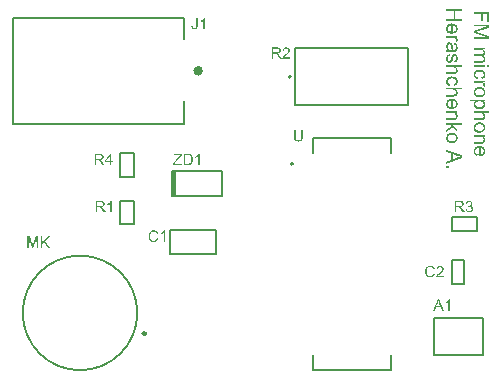
<source format=gto>
G04*
G04 #@! TF.GenerationSoftware,Altium Limited,Altium Designer,20.2.7 (254)*
G04*
G04 Layer_Color=65535*
%FSLAX25Y25*%
%MOIN*%
G70*
G04*
G04 #@! TF.SameCoordinates,EE1AD421-979F-440A-8BD1-8888F99C881E*
G04*
G04*
G04 #@! TF.FilePolarity,Positive*
G04*
G01*
G75*
%ADD10C,0.01181*%
%ADD11C,0.00500*%
%ADD12C,0.00787*%
%ADD13C,0.01575*%
%ADD14R,0.01575X0.08268*%
G36*
X150794Y126182D02*
X148724D01*
Y123572D01*
X150794D01*
Y122902D01*
X145749D01*
Y123572D01*
X148126D01*
Y126182D01*
X145749D01*
Y126853D01*
X150794D01*
Y126182D01*
D02*
G37*
G36*
X147696Y122071D02*
X147776Y122063D01*
X147864Y122056D01*
X147966Y122041D01*
X148068Y122020D01*
X148301Y121961D01*
X148418Y121925D01*
X148542Y121881D01*
X148658Y121823D01*
X148767Y121757D01*
X148877Y121684D01*
X148979Y121604D01*
X148986Y121597D01*
X149001Y121582D01*
X149023Y121553D01*
X149059Y121517D01*
X149096Y121473D01*
X149139Y121414D01*
X149190Y121349D01*
X149234Y121269D01*
X149285Y121188D01*
X149329Y121094D01*
X149373Y120992D01*
X149409Y120882D01*
X149445Y120766D01*
X149467Y120642D01*
X149482Y120510D01*
X149489Y120372D01*
Y120299D01*
X149482Y120248D01*
X149475Y120190D01*
X149460Y120117D01*
X149445Y120037D01*
X149424Y119942D01*
X149402Y119854D01*
X149365Y119752D01*
X149329Y119658D01*
X149278Y119555D01*
X149220Y119453D01*
X149154Y119351D01*
X149074Y119257D01*
X148986Y119169D01*
X148979Y119162D01*
X148964Y119147D01*
X148935Y119125D01*
X148891Y119096D01*
X148840Y119060D01*
X148782Y119023D01*
X148709Y118980D01*
X148622Y118936D01*
X148527Y118892D01*
X148425Y118848D01*
X148308Y118812D01*
X148184Y118775D01*
X148046Y118746D01*
X147900Y118724D01*
X147747Y118710D01*
X147579Y118702D01*
X147572D01*
X147543D01*
X147492D01*
X147419Y118710D01*
Y121444D01*
X147412D01*
X147390D01*
X147361Y121436D01*
X147317D01*
X147266Y121429D01*
X147207Y121414D01*
X147076Y121393D01*
X146931Y121349D01*
X146770Y121291D01*
X146624Y121210D01*
X146493Y121108D01*
Y121101D01*
X146478Y121094D01*
X146442Y121050D01*
X146391Y120984D01*
X146340Y120897D01*
X146282Y120780D01*
X146231Y120649D01*
X146194Y120503D01*
X146187Y120423D01*
X146180Y120335D01*
Y120277D01*
X146187Y120212D01*
X146202Y120131D01*
X146223Y120044D01*
X146253Y119942D01*
X146296Y119847D01*
X146354Y119752D01*
X146362Y119745D01*
X146391Y119709D01*
X146435Y119665D01*
X146493Y119614D01*
X146573Y119555D01*
X146675Y119490D01*
X146792Y119424D01*
X146931Y119366D01*
X146850Y118724D01*
X146843D01*
X146828Y118732D01*
X146799Y118739D01*
X146756Y118754D01*
X146712Y118775D01*
X146653Y118797D01*
X146529Y118856D01*
X146391Y118929D01*
X146245Y119031D01*
X146107Y119147D01*
X145975Y119293D01*
Y119300D01*
X145961Y119315D01*
X145946Y119337D01*
X145924Y119366D01*
X145903Y119410D01*
X145881Y119453D01*
X145852Y119512D01*
X145822Y119577D01*
X145793Y119650D01*
X145764Y119723D01*
X145720Y119905D01*
X145684Y120109D01*
X145669Y120335D01*
Y120416D01*
X145677Y120467D01*
X145684Y120532D01*
X145698Y120613D01*
X145713Y120700D01*
X145728Y120795D01*
X145786Y120999D01*
X145830Y121108D01*
X145873Y121210D01*
X145932Y121320D01*
X145997Y121422D01*
X146070Y121517D01*
X146158Y121611D01*
X146165Y121618D01*
X146180Y121633D01*
X146209Y121655D01*
X146253Y121684D01*
X146303Y121721D01*
X146362Y121757D01*
X146435Y121801D01*
X146515Y121844D01*
X146610Y121888D01*
X146712Y121932D01*
X146828Y121968D01*
X146952Y122005D01*
X147083Y122034D01*
X147229Y122056D01*
X147382Y122071D01*
X147543Y122078D01*
X147550D01*
X147587D01*
X147630D01*
X147696Y122071D01*
D02*
G37*
G36*
X149409Y117390D02*
X148855D01*
X148862Y117383D01*
X148913Y117354D01*
X148979Y117317D01*
X149059Y117259D01*
X149139Y117201D01*
X149227Y117135D01*
X149300Y117070D01*
X149358Y117004D01*
X149365Y116997D01*
X149380Y116975D01*
X149402Y116931D01*
X149424Y116887D01*
X149445Y116829D01*
X149467Y116756D01*
X149482Y116683D01*
X149489Y116603D01*
Y116552D01*
X149482Y116486D01*
X149467Y116406D01*
X149438Y116311D01*
X149402Y116209D01*
X149351Y116093D01*
X149285Y115969D01*
X148716Y116195D01*
X148724Y116202D01*
X148738Y116231D01*
X148760Y116275D01*
X148782Y116333D01*
X148804Y116399D01*
X148826Y116479D01*
X148840Y116559D01*
X148848Y116639D01*
Y116676D01*
X148840Y116712D01*
X148833Y116763D01*
X148819Y116814D01*
X148797Y116880D01*
X148767Y116946D01*
X148724Y117004D01*
X148716Y117011D01*
X148702Y117033D01*
X148673Y117055D01*
X148636Y117091D01*
X148585Y117128D01*
X148527Y117164D01*
X148461Y117201D01*
X148381Y117230D01*
X148367Y117237D01*
X148323Y117245D01*
X148257Y117259D01*
X148170Y117281D01*
X148060Y117303D01*
X147936Y117317D01*
X147805Y117325D01*
X147660Y117332D01*
X145749D01*
Y117952D01*
X149409D01*
Y117390D01*
D02*
G37*
G36*
X146807Y115801D02*
X146872Y115794D01*
X146952Y115779D01*
X147032Y115757D01*
X147120Y115728D01*
X147200Y115692D01*
X147207Y115684D01*
X147237Y115670D01*
X147280Y115641D01*
X147331Y115604D01*
X147390Y115560D01*
X147448Y115502D01*
X147506Y115444D01*
X147557Y115371D01*
X147565Y115364D01*
X147579Y115334D01*
X147608Y115298D01*
X147638Y115240D01*
X147667Y115174D01*
X147703Y115094D01*
X147732Y115014D01*
X147761Y114919D01*
Y114912D01*
X147769Y114883D01*
X147783Y114839D01*
X147791Y114780D01*
X147805Y114708D01*
X147820Y114613D01*
X147842Y114504D01*
X147856Y114372D01*
Y114365D01*
X147864Y114336D01*
Y114299D01*
X147871Y114248D01*
X147878Y114190D01*
X147893Y114117D01*
X147900Y114037D01*
X147915Y113950D01*
X147951Y113775D01*
X147987Y113585D01*
X148031Y113417D01*
X148053Y113337D01*
X148075Y113264D01*
X148082D01*
X148097D01*
X148141Y113257D01*
X148192D01*
X148221D01*
X148235D01*
X148243D01*
X148250D01*
X148294D01*
X148367Y113264D01*
X148447Y113279D01*
X148534Y113301D01*
X148622Y113337D01*
X148702Y113381D01*
X148767Y113439D01*
X148775Y113446D01*
X148804Y113483D01*
X148833Y113541D01*
X148877Y113614D01*
X148913Y113716D01*
X148950Y113833D01*
X148972Y113979D01*
X148979Y114146D01*
Y114219D01*
X148972Y114292D01*
X148957Y114394D01*
X148942Y114496D01*
X148913Y114605D01*
X148877Y114708D01*
X148826Y114795D01*
X148819Y114802D01*
X148797Y114831D01*
X148760Y114868D01*
X148702Y114912D01*
X148629Y114955D01*
X148534Y115006D01*
X148418Y115050D01*
X148286Y115094D01*
X148367Y115699D01*
X148374D01*
X148381Y115692D01*
X148403D01*
X148432Y115684D01*
X148498Y115663D01*
X148593Y115633D01*
X148687Y115597D01*
X148789Y115553D01*
X148891Y115495D01*
X148986Y115429D01*
X148994Y115422D01*
X149023Y115393D01*
X149066Y115349D01*
X149125Y115291D01*
X149183Y115211D01*
X149241Y115116D01*
X149307Y115006D01*
X149358Y114883D01*
Y114875D01*
X149365Y114868D01*
X149373Y114846D01*
X149380Y114817D01*
X149402Y114744D01*
X149424Y114642D01*
X149445Y114525D01*
X149467Y114380D01*
X149482Y114226D01*
X149489Y114051D01*
Y113971D01*
X149482Y113891D01*
X149475Y113782D01*
X149460Y113658D01*
X149438Y113534D01*
X149409Y113410D01*
X149373Y113293D01*
X149365Y113279D01*
X149351Y113242D01*
X149329Y113191D01*
X149300Y113126D01*
X149256Y113053D01*
X149212Y112980D01*
X149154Y112914D01*
X149096Y112856D01*
X149088Y112849D01*
X149066Y112834D01*
X149030Y112812D01*
X148986Y112783D01*
X148921Y112747D01*
X148855Y112717D01*
X148775Y112688D01*
X148680Y112666D01*
X148673D01*
X148651Y112659D01*
X148607Y112652D01*
X148549Y112645D01*
X148469D01*
X148374Y112637D01*
X148250Y112630D01*
X148111D01*
X147280D01*
X147273D01*
X147244D01*
X147200D01*
X147142D01*
X147076D01*
X146996D01*
X146821Y112623D01*
X146639D01*
X146457Y112615D01*
X146376Y112608D01*
X146303D01*
X146238Y112601D01*
X146187Y112593D01*
X146180D01*
X146150Y112586D01*
X146107Y112579D01*
X146048Y112557D01*
X145983Y112542D01*
X145910Y112513D01*
X145830Y112477D01*
X145749Y112440D01*
Y113089D01*
X145757Y113096D01*
X145786Y113104D01*
X145822Y113118D01*
X145881Y113140D01*
X145946Y113162D01*
X146027Y113177D01*
X146114Y113191D01*
X146209Y113206D01*
Y113213D01*
X146194Y113221D01*
X146158Y113264D01*
X146107Y113330D01*
X146041Y113417D01*
X145975Y113527D01*
X145903Y113636D01*
X145837Y113753D01*
X145786Y113876D01*
X145779Y113891D01*
X145771Y113935D01*
X145749Y114000D01*
X145728Y114081D01*
X145706Y114183D01*
X145691Y114299D01*
X145677Y114431D01*
X145669Y114562D01*
Y114620D01*
X145677Y114664D01*
Y114715D01*
X145684Y114773D01*
X145706Y114904D01*
X145742Y115050D01*
X145793Y115211D01*
X145866Y115356D01*
X145961Y115488D01*
X145975Y115502D01*
X146012Y115539D01*
X146078Y115590D01*
X146165Y115648D01*
X146274Y115706D01*
X146398Y115757D01*
X146551Y115794D01*
X146624Y115801D01*
X146712Y115808D01*
X146726D01*
X146756D01*
X146807Y115801D01*
D02*
G37*
G36*
X146938Y111311D02*
X146931D01*
X146923D01*
X146879Y111296D01*
X146807Y111281D01*
X146726Y111252D01*
X146639Y111216D01*
X146544Y111172D01*
X146449Y111106D01*
X146369Y111026D01*
X146362Y111012D01*
X146340Y110982D01*
X146311Y110924D01*
X146274Y110851D01*
X146238Y110756D01*
X146209Y110647D01*
X146187Y110516D01*
X146180Y110363D01*
Y110290D01*
X146187Y110217D01*
X146202Y110122D01*
X146223Y110020D01*
X146253Y109911D01*
X146289Y109816D01*
X146347Y109729D01*
X146354Y109721D01*
X146376Y109692D01*
X146413Y109663D01*
X146464Y109619D01*
X146522Y109583D01*
X146595Y109546D01*
X146668Y109524D01*
X146756Y109517D01*
X146763D01*
X146792D01*
X146828Y109524D01*
X146879Y109539D01*
X146931Y109561D01*
X146982Y109597D01*
X147040Y109641D01*
X147083Y109707D01*
X147091Y109714D01*
X147098Y109736D01*
X147120Y109772D01*
X147142Y109831D01*
X147171Y109918D01*
X147193Y109969D01*
X147207Y110027D01*
X147229Y110093D01*
X147251Y110166D01*
X147273Y110246D01*
X147295Y110341D01*
Y110348D01*
X147302Y110370D01*
X147310Y110406D01*
X147324Y110450D01*
X147339Y110509D01*
X147361Y110574D01*
X147397Y110713D01*
X147448Y110873D01*
X147492Y111026D01*
X147543Y111172D01*
X147572Y111238D01*
X147594Y111289D01*
X147601Y111303D01*
X147616Y111332D01*
X147645Y111376D01*
X147681Y111434D01*
X147732Y111500D01*
X147791Y111566D01*
X147856Y111631D01*
X147936Y111690D01*
X147944Y111697D01*
X147973Y111711D01*
X148024Y111733D01*
X148082Y111755D01*
X148155Y111777D01*
X148243Y111799D01*
X148330Y111813D01*
X148432Y111821D01*
X148447D01*
X148476D01*
X148520Y111813D01*
X148585Y111806D01*
X148651Y111792D01*
X148731Y111777D01*
X148804Y111748D01*
X148884Y111711D01*
X148891Y111704D01*
X148921Y111690D01*
X148957Y111668D01*
X149008Y111631D01*
X149059Y111588D01*
X149125Y111537D01*
X149183Y111478D01*
X149234Y111405D01*
X149241Y111398D01*
X149249Y111376D01*
X149271Y111347D01*
X149292Y111303D01*
X149322Y111245D01*
X149351Y111179D01*
X149380Y111099D01*
X149409Y111012D01*
X149416Y110997D01*
X149424Y110968D01*
X149438Y110917D01*
X149453Y110851D01*
X149467Y110771D01*
X149475Y110684D01*
X149489Y110582D01*
Y110406D01*
X149482Y110326D01*
X149475Y110217D01*
X149460Y110100D01*
X149431Y109976D01*
X149402Y109845D01*
X149358Y109721D01*
Y109714D01*
X149351Y109707D01*
X149336Y109670D01*
X149307Y109612D01*
X149271Y109539D01*
X149220Y109459D01*
X149161Y109379D01*
X149096Y109306D01*
X149023Y109240D01*
X149015Y109233D01*
X148986Y109218D01*
X148935Y109189D01*
X148877Y109153D01*
X148789Y109116D01*
X148695Y109080D01*
X148585Y109051D01*
X148461Y109021D01*
X148381Y109626D01*
X148396D01*
X148425Y109634D01*
X148476Y109648D01*
X148542Y109670D01*
X148607Y109707D01*
X148680Y109750D01*
X148753Y109801D01*
X148819Y109874D01*
X148826Y109882D01*
X148840Y109911D01*
X148870Y109955D01*
X148899Y110020D01*
X148928Y110093D01*
X148957Y110188D01*
X148972Y110304D01*
X148979Y110428D01*
Y110501D01*
X148972Y110574D01*
X148964Y110669D01*
X148942Y110764D01*
X148921Y110866D01*
X148884Y110960D01*
X148833Y111041D01*
X148826Y111048D01*
X148811Y111070D01*
X148782Y111099D01*
X148738Y111128D01*
X148695Y111165D01*
X148636Y111194D01*
X148571Y111216D01*
X148505Y111223D01*
X148498D01*
X148483D01*
X148461Y111216D01*
X148432D01*
X148359Y111194D01*
X148286Y111150D01*
X148279Y111143D01*
X148272Y111135D01*
X148250Y111121D01*
X148228Y111092D01*
X148206Y111063D01*
X148177Y111019D01*
X148155Y110968D01*
X148126Y110909D01*
Y110902D01*
X148119Y110888D01*
X148111Y110859D01*
X148090Y110808D01*
X148068Y110735D01*
X148046Y110640D01*
X148024Y110582D01*
X148009Y110516D01*
X147987Y110443D01*
X147966Y110363D01*
Y110355D01*
X147958Y110334D01*
X147951Y110297D01*
X147936Y110253D01*
X147922Y110202D01*
X147907Y110137D01*
X147864Y109998D01*
X147820Y109845D01*
X147769Y109692D01*
X147718Y109554D01*
X147696Y109495D01*
X147674Y109444D01*
X147667Y109430D01*
X147652Y109400D01*
X147630Y109357D01*
X147594Y109291D01*
X147550Y109225D01*
X147492Y109160D01*
X147426Y109094D01*
X147353Y109036D01*
X147346Y109029D01*
X147317Y109014D01*
X147273Y108985D01*
X147207Y108956D01*
X147127Y108934D01*
X147040Y108905D01*
X146938Y108890D01*
X146821Y108883D01*
X146807D01*
X146770D01*
X146712Y108890D01*
X146632Y108905D01*
X146544Y108927D01*
X146449Y108963D01*
X146340Y109007D01*
X146238Y109065D01*
X146223Y109072D01*
X146194Y109102D01*
X146143Y109138D01*
X146085Y109196D01*
X146019Y109277D01*
X145946Y109364D01*
X145881Y109466D01*
X145815Y109590D01*
Y109597D01*
X145808Y109605D01*
X145793Y109648D01*
X145771Y109721D01*
X145742Y109816D01*
X145713Y109933D01*
X145691Y110064D01*
X145677Y110202D01*
X145669Y110363D01*
Y110428D01*
X145677Y110479D01*
Y110538D01*
X145684Y110611D01*
X145691Y110684D01*
X145706Y110764D01*
X145742Y110939D01*
X145793Y111121D01*
X145866Y111296D01*
X145910Y111376D01*
X145961Y111449D01*
X145968Y111456D01*
X145975Y111464D01*
X146019Y111507D01*
X146085Y111573D01*
X146187Y111646D01*
X146311Y111726D01*
X146457Y111806D01*
X146639Y111872D01*
X146843Y111923D01*
X146938Y111311D01*
D02*
G37*
G36*
X150794Y107527D02*
X148986D01*
X148994Y107520D01*
X149008Y107505D01*
X149030Y107483D01*
X149066Y107447D01*
X149103Y107410D01*
X149147Y107359D01*
X149190Y107294D01*
X149241Y107228D01*
X149285Y107155D01*
X149329Y107075D01*
X149409Y106885D01*
X149445Y106783D01*
X149467Y106674D01*
X149482Y106557D01*
X149489Y106441D01*
Y106375D01*
X149482Y106295D01*
X149467Y106200D01*
X149453Y106091D01*
X149424Y105974D01*
X149380Y105858D01*
X149329Y105741D01*
X149322Y105726D01*
X149300Y105690D01*
X149263Y105639D01*
X149212Y105573D01*
X149147Y105508D01*
X149074Y105435D01*
X148986Y105369D01*
X148884Y105311D01*
X148870Y105304D01*
X148833Y105289D01*
X148767Y105267D01*
X148673Y105245D01*
X148556Y105223D01*
X148418Y105201D01*
X148250Y105187D01*
X148060Y105180D01*
X145749D01*
Y105799D01*
X148068D01*
X148075D01*
X148090D01*
X148111D01*
X148141D01*
X148221Y105807D01*
X148323Y105821D01*
X148432Y105850D01*
X148542Y105887D01*
X148651Y105938D01*
X148738Y106003D01*
X148746Y106011D01*
X148775Y106040D01*
X148811Y106084D01*
X148848Y106149D01*
X148891Y106229D01*
X148921Y106324D01*
X148950Y106441D01*
X148957Y106572D01*
Y106616D01*
X148950Y106667D01*
X148942Y106740D01*
X148921Y106813D01*
X148899Y106900D01*
X148862Y106988D01*
X148811Y107082D01*
X148804Y107090D01*
X148782Y107119D01*
X148753Y107162D01*
X148709Y107213D01*
X148651Y107272D01*
X148585Y107330D01*
X148505Y107381D01*
X148418Y107425D01*
X148403Y107432D01*
X148374Y107439D01*
X148316Y107454D01*
X148243Y107476D01*
X148148Y107498D01*
X148031Y107512D01*
X147900Y107520D01*
X147747Y107527D01*
X145749D01*
Y108147D01*
X150794D01*
Y107527D01*
D02*
G37*
G36*
X147718Y104400D02*
X147776D01*
X147842Y104392D01*
X147915Y104385D01*
X148075Y104363D01*
X148250Y104327D01*
X148425Y104283D01*
X148600Y104217D01*
X148607D01*
X148622Y104210D01*
X148644Y104195D01*
X148673Y104181D01*
X148753Y104137D01*
X148848Y104071D01*
X148957Y103984D01*
X149066Y103882D01*
X149176Y103758D01*
X149263Y103620D01*
Y103612D01*
X149271Y103598D01*
X149285Y103576D01*
X149300Y103547D01*
X149314Y103510D01*
X149336Y103466D01*
X149380Y103357D01*
X149416Y103233D01*
X149453Y103080D01*
X149482Y102920D01*
X149489Y102745D01*
Y102686D01*
X149482Y102643D01*
Y102599D01*
X149475Y102541D01*
X149453Y102402D01*
X149416Y102249D01*
X149358Y102089D01*
X149285Y101928D01*
X149183Y101775D01*
Y101768D01*
X149169Y101761D01*
X149125Y101717D01*
X149059Y101651D01*
X148964Y101571D01*
X148848Y101491D01*
X148702Y101411D01*
X148534Y101338D01*
X148337Y101287D01*
X148243Y101892D01*
X148250D01*
X148257Y101899D01*
X148301Y101906D01*
X148367Y101928D01*
X148447Y101965D01*
X148534Y102001D01*
X148629Y102059D01*
X148716Y102125D01*
X148789Y102198D01*
X148797Y102205D01*
X148819Y102234D01*
X148848Y102286D01*
X148884Y102344D01*
X148921Y102424D01*
X148950Y102511D01*
X148972Y102613D01*
X148979Y102723D01*
Y102767D01*
X148972Y102803D01*
X148964Y102883D01*
X148935Y102993D01*
X148899Y103109D01*
X148840Y103240D01*
X148753Y103364D01*
X148702Y103423D01*
X148644Y103481D01*
X148636D01*
X148629Y103496D01*
X148607Y103510D01*
X148578Y103525D01*
X148542Y103547D01*
X148498Y103576D01*
X148447Y103598D01*
X148389Y103627D01*
X148316Y103656D01*
X148235Y103678D01*
X148148Y103707D01*
X148053Y103729D01*
X147951Y103744D01*
X147834Y103758D01*
X147711Y103773D01*
X147579D01*
X147572D01*
X147550D01*
X147506D01*
X147463Y103765D01*
X147397D01*
X147331Y103758D01*
X147171Y103736D01*
X146996Y103707D01*
X146814Y103656D01*
X146653Y103590D01*
X146573Y103547D01*
X146508Y103496D01*
X146493Y103481D01*
X146457Y103445D01*
X146406Y103379D01*
X146347Y103299D01*
X146282Y103189D01*
X146231Y103066D01*
X146194Y102920D01*
X146187Y102840D01*
X146180Y102759D01*
Y102745D01*
X146187Y102701D01*
X146194Y102628D01*
X146209Y102548D01*
X146231Y102453D01*
X146274Y102351D01*
X146325Y102249D01*
X146398Y102154D01*
X146406Y102140D01*
X146442Y102118D01*
X146493Y102074D01*
X146573Y102023D01*
X146668Y101972D01*
X146785Y101914D01*
X146931Y101870D01*
X147091Y101841D01*
X147011Y101228D01*
X147003D01*
X146982Y101236D01*
X146952Y101243D01*
X146909Y101250D01*
X146850Y101265D01*
X146792Y101279D01*
X146646Y101330D01*
X146493Y101396D01*
X146325Y101491D01*
X146165Y101608D01*
X146092Y101673D01*
X146019Y101746D01*
X146012Y101753D01*
X146005Y101768D01*
X145990Y101790D01*
X145968Y101819D01*
X145939Y101855D01*
X145910Y101906D01*
X145881Y101965D01*
X145844Y102023D01*
X145779Y102169D01*
X145728Y102344D01*
X145684Y102533D01*
X145677Y102643D01*
X145669Y102752D01*
Y102825D01*
X145677Y102876D01*
X145684Y102942D01*
X145698Y103015D01*
X145713Y103095D01*
X145728Y103182D01*
X145786Y103379D01*
X145830Y103474D01*
X145873Y103576D01*
X145932Y103678D01*
X145997Y103773D01*
X146070Y103867D01*
X146158Y103955D01*
X146165Y103962D01*
X146180Y103977D01*
X146209Y103999D01*
X146245Y104028D01*
X146296Y104057D01*
X146362Y104101D01*
X146435Y104137D01*
X146515Y104181D01*
X146610Y104225D01*
X146719Y104261D01*
X146828Y104305D01*
X146960Y104334D01*
X147091Y104363D01*
X147244Y104385D01*
X147397Y104400D01*
X147565Y104407D01*
X147572D01*
X147594D01*
X147623D01*
X147667D01*
X147718Y104400D01*
D02*
G37*
G36*
X150794Y100077D02*
X148986D01*
X148994Y100069D01*
X149008Y100055D01*
X149030Y100033D01*
X149066Y99996D01*
X149103Y99960D01*
X149147Y99909D01*
X149190Y99843D01*
X149241Y99778D01*
X149285Y99705D01*
X149329Y99625D01*
X149409Y99435D01*
X149445Y99333D01*
X149467Y99224D01*
X149482Y99107D01*
X149489Y98990D01*
Y98925D01*
X149482Y98845D01*
X149467Y98750D01*
X149453Y98640D01*
X149424Y98524D01*
X149380Y98407D01*
X149329Y98290D01*
X149322Y98276D01*
X149300Y98239D01*
X149263Y98189D01*
X149212Y98123D01*
X149147Y98057D01*
X149074Y97984D01*
X148986Y97919D01*
X148884Y97860D01*
X148870Y97853D01*
X148833Y97838D01*
X148767Y97817D01*
X148673Y97795D01*
X148556Y97773D01*
X148418Y97751D01*
X148250Y97737D01*
X148060Y97729D01*
X145749D01*
Y98349D01*
X148068D01*
X148075D01*
X148090D01*
X148111D01*
X148141D01*
X148221Y98356D01*
X148323Y98371D01*
X148432Y98400D01*
X148542Y98436D01*
X148651Y98487D01*
X148738Y98553D01*
X148746Y98560D01*
X148775Y98589D01*
X148811Y98633D01*
X148848Y98699D01*
X148891Y98779D01*
X148921Y98874D01*
X148950Y98990D01*
X148957Y99122D01*
Y99165D01*
X148950Y99216D01*
X148942Y99289D01*
X148921Y99362D01*
X148899Y99450D01*
X148862Y99537D01*
X148811Y99632D01*
X148804Y99639D01*
X148782Y99668D01*
X148753Y99712D01*
X148709Y99763D01*
X148651Y99821D01*
X148585Y99880D01*
X148505Y99931D01*
X148418Y99975D01*
X148403Y99982D01*
X148374Y99989D01*
X148316Y100004D01*
X148243Y100025D01*
X148148Y100047D01*
X148031Y100062D01*
X147900Y100069D01*
X147747Y100077D01*
X145749D01*
Y100696D01*
X150794D01*
Y100077D01*
D02*
G37*
G36*
X147696Y96978D02*
X147776Y96971D01*
X147864Y96964D01*
X147966Y96949D01*
X148068Y96927D01*
X148301Y96869D01*
X148418Y96833D01*
X148542Y96789D01*
X148658Y96731D01*
X148767Y96665D01*
X148877Y96592D01*
X148979Y96512D01*
X148986Y96504D01*
X149001Y96490D01*
X149023Y96461D01*
X149059Y96424D01*
X149096Y96381D01*
X149139Y96322D01*
X149190Y96257D01*
X149234Y96176D01*
X149285Y96096D01*
X149329Y96001D01*
X149373Y95899D01*
X149409Y95790D01*
X149445Y95673D01*
X149467Y95549D01*
X149482Y95418D01*
X149489Y95280D01*
Y95207D01*
X149482Y95156D01*
X149475Y95098D01*
X149460Y95025D01*
X149445Y94944D01*
X149424Y94850D01*
X149402Y94762D01*
X149365Y94660D01*
X149329Y94565D01*
X149278Y94463D01*
X149220Y94361D01*
X149154Y94259D01*
X149074Y94164D01*
X148986Y94077D01*
X148979Y94070D01*
X148964Y94055D01*
X148935Y94033D01*
X148891Y94004D01*
X148840Y93968D01*
X148782Y93931D01*
X148709Y93887D01*
X148622Y93844D01*
X148527Y93800D01*
X148425Y93756D01*
X148308Y93720D01*
X148184Y93683D01*
X148046Y93654D01*
X147900Y93632D01*
X147747Y93618D01*
X147579Y93610D01*
X147572D01*
X147543D01*
X147492D01*
X147419Y93618D01*
Y96351D01*
X147412D01*
X147390D01*
X147361Y96344D01*
X147317D01*
X147266Y96337D01*
X147207Y96322D01*
X147076Y96300D01*
X146931Y96257D01*
X146770Y96198D01*
X146624Y96118D01*
X146493Y96016D01*
Y96009D01*
X146478Y96001D01*
X146442Y95958D01*
X146391Y95892D01*
X146340Y95805D01*
X146282Y95688D01*
X146231Y95557D01*
X146194Y95411D01*
X146187Y95331D01*
X146180Y95243D01*
Y95185D01*
X146187Y95119D01*
X146202Y95039D01*
X146223Y94952D01*
X146253Y94850D01*
X146296Y94755D01*
X146354Y94660D01*
X146362Y94653D01*
X146391Y94616D01*
X146435Y94573D01*
X146493Y94522D01*
X146573Y94463D01*
X146675Y94398D01*
X146792Y94332D01*
X146931Y94274D01*
X146850Y93632D01*
X146843D01*
X146828Y93639D01*
X146799Y93647D01*
X146756Y93661D01*
X146712Y93683D01*
X146653Y93705D01*
X146529Y93763D01*
X146391Y93836D01*
X146245Y93938D01*
X146107Y94055D01*
X145975Y94201D01*
Y94208D01*
X145961Y94223D01*
X145946Y94245D01*
X145924Y94274D01*
X145903Y94318D01*
X145881Y94361D01*
X145852Y94419D01*
X145822Y94485D01*
X145793Y94558D01*
X145764Y94631D01*
X145720Y94813D01*
X145684Y95017D01*
X145669Y95243D01*
Y95323D01*
X145677Y95375D01*
X145684Y95440D01*
X145698Y95520D01*
X145713Y95608D01*
X145728Y95703D01*
X145786Y95907D01*
X145830Y96016D01*
X145873Y96118D01*
X145932Y96228D01*
X145997Y96329D01*
X146070Y96424D01*
X146158Y96519D01*
X146165Y96526D01*
X146180Y96541D01*
X146209Y96563D01*
X146253Y96592D01*
X146303Y96628D01*
X146362Y96665D01*
X146435Y96709D01*
X146515Y96752D01*
X146610Y96796D01*
X146712Y96840D01*
X146828Y96876D01*
X146952Y96913D01*
X147083Y96942D01*
X147229Y96964D01*
X147382Y96978D01*
X147543Y96986D01*
X147550D01*
X147587D01*
X147630D01*
X147696Y96978D01*
D02*
G37*
G36*
X149409Y92298D02*
X148884D01*
X148891Y92291D01*
X148913Y92276D01*
X148942Y92254D01*
X148979Y92225D01*
X149023Y92181D01*
X149074Y92131D01*
X149132Y92072D01*
X149190Y91999D01*
X149241Y91926D01*
X149300Y91839D01*
X149351Y91744D01*
X149395Y91642D01*
X149431Y91525D01*
X149460Y91409D01*
X149482Y91277D01*
X149489Y91139D01*
Y91081D01*
X149482Y91022D01*
X149475Y90942D01*
X149460Y90847D01*
X149438Y90745D01*
X149409Y90636D01*
X149365Y90534D01*
X149358Y90519D01*
X149344Y90490D01*
X149322Y90439D01*
X149285Y90381D01*
X149241Y90308D01*
X149183Y90242D01*
X149125Y90177D01*
X149052Y90118D01*
X149045Y90111D01*
X149015Y90097D01*
X148979Y90075D01*
X148928Y90038D01*
X148855Y90009D01*
X148782Y89980D01*
X148695Y89943D01*
X148600Y89922D01*
X148593D01*
X148563Y89914D01*
X148520Y89907D01*
X148461Y89900D01*
X148374D01*
X148272Y89892D01*
X148148Y89885D01*
X147995D01*
X145749D01*
Y90505D01*
X147966D01*
X147973D01*
X147980D01*
X148031D01*
X148097D01*
X148177Y90512D01*
X148272Y90519D01*
X148367Y90534D01*
X148454Y90556D01*
X148534Y90578D01*
X148542D01*
X148563Y90592D01*
X148600Y90614D01*
X148644Y90636D01*
X148687Y90672D01*
X148738Y90716D01*
X148789Y90775D01*
X148833Y90840D01*
X148840Y90847D01*
X148855Y90869D01*
X148870Y90913D01*
X148891Y90964D01*
X148913Y91022D01*
X148935Y91095D01*
X148942Y91183D01*
X148950Y91270D01*
Y91307D01*
X148942Y91336D01*
X148935Y91409D01*
X148921Y91504D01*
X148884Y91606D01*
X148840Y91722D01*
X148782Y91839D01*
X148695Y91948D01*
X148680Y91963D01*
X148644Y91992D01*
X148615Y92014D01*
X148578Y92036D01*
X148534Y92065D01*
X148483Y92087D01*
X148425Y92116D01*
X148352Y92145D01*
X148272Y92167D01*
X148184Y92189D01*
X148090Y92203D01*
X147987Y92218D01*
X147864Y92233D01*
X147740D01*
X145749D01*
Y92852D01*
X149409D01*
Y92298D01*
D02*
G37*
G36*
X150794Y88310D02*
X147915D01*
X149409Y86845D01*
Y86036D01*
X148046Y87443D01*
X145749Y85897D01*
Y86663D01*
X147616Y87880D01*
X147200Y88310D01*
X145749D01*
Y88930D01*
X150794D01*
Y88310D01*
D02*
G37*
G36*
X147674Y85628D02*
X147747D01*
X147827Y85620D01*
X147929Y85606D01*
X148031Y85591D01*
X148148Y85562D01*
X148265Y85533D01*
X148389Y85497D01*
X148520Y85453D01*
X148644Y85395D01*
X148760Y85336D01*
X148877Y85256D01*
X148986Y85176D01*
X149081Y85074D01*
X149088Y85066D01*
X149096Y85052D01*
X149118Y85023D01*
X149147Y84986D01*
X149176Y84943D01*
X149212Y84884D01*
X149249Y84826D01*
X149285Y84753D01*
X149322Y84673D01*
X149358Y84585D01*
X149424Y84389D01*
X149475Y84162D01*
X149482Y84046D01*
X149489Y83922D01*
Y83849D01*
X149482Y83798D01*
X149475Y83732D01*
X149460Y83659D01*
X149445Y83579D01*
X149431Y83485D01*
X149365Y83288D01*
X149329Y83186D01*
X149278Y83084D01*
X149227Y82981D01*
X149154Y82880D01*
X149081Y82785D01*
X148994Y82690D01*
X148986Y82683D01*
X148972Y82668D01*
X148942Y82646D01*
X148906Y82617D01*
X148855Y82581D01*
X148789Y82537D01*
X148716Y82493D01*
X148636Y82449D01*
X148549Y82406D01*
X148440Y82362D01*
X148330Y82318D01*
X148206Y82282D01*
X148075Y82253D01*
X147936Y82231D01*
X147791Y82216D01*
X147630Y82209D01*
X147623D01*
X147601D01*
X147565D01*
X147514D01*
X147455Y82216D01*
X147382Y82223D01*
X147310D01*
X147229Y82238D01*
X147047Y82260D01*
X146865Y82304D01*
X146683Y82355D01*
X146515Y82428D01*
X146508D01*
X146500Y82435D01*
X146478Y82449D01*
X146449Y82464D01*
X146376Y82515D01*
X146289Y82581D01*
X146187Y82668D01*
X146085Y82777D01*
X145983Y82901D01*
X145888Y83047D01*
Y83054D01*
X145881Y83062D01*
X145866Y83084D01*
X145852Y83120D01*
X145837Y83157D01*
X145822Y83200D01*
X145779Y83310D01*
X145742Y83434D01*
X145706Y83587D01*
X145677Y83747D01*
X145669Y83922D01*
Y83995D01*
X145677Y84053D01*
X145684Y84119D01*
X145698Y84192D01*
X145713Y84279D01*
X145728Y84367D01*
X145786Y84563D01*
X145830Y84673D01*
X145873Y84775D01*
X145932Y84877D01*
X145997Y84979D01*
X146070Y85074D01*
X146158Y85168D01*
X146165Y85176D01*
X146180Y85190D01*
X146209Y85212D01*
X146253Y85241D01*
X146303Y85278D01*
X146362Y85314D01*
X146435Y85358D01*
X146522Y85402D01*
X146617Y85446D01*
X146726Y85489D01*
X146843Y85526D01*
X146967Y85562D01*
X147105Y85591D01*
X147251Y85613D01*
X147412Y85628D01*
X147579Y85635D01*
X147594D01*
X147623D01*
X147674Y85628D01*
D02*
G37*
G36*
X150794Y78068D02*
Y77339D01*
X145749Y75276D01*
Y76034D01*
X147280Y76625D01*
Y78739D01*
X145749Y79286D01*
Y79993D01*
X150794Y78068D01*
D02*
G37*
G36*
X146457Y73935D02*
X145749D01*
Y74642D01*
X146457D01*
Y73935D01*
D02*
G37*
G36*
X159988Y122573D02*
X159390D01*
Y125314D01*
X157830D01*
Y122944D01*
X157232D01*
Y125314D01*
X154943D01*
Y125984D01*
X159988D01*
Y122573D01*
D02*
G37*
G36*
Y120728D02*
X156408Y119533D01*
X156401D01*
X156386Y119525D01*
X156365Y119518D01*
X156328Y119503D01*
X156241Y119474D01*
X156131Y119438D01*
X156007Y119401D01*
X155883Y119358D01*
X155767Y119321D01*
X155665Y119292D01*
X155679Y119285D01*
X155716Y119277D01*
X155781Y119256D01*
X155869Y119226D01*
X155985Y119190D01*
X156124Y119139D01*
X156284Y119088D01*
X156474Y119022D01*
X159988Y117812D01*
Y116916D01*
X154943D01*
Y117557D01*
X159164D01*
X154943Y119030D01*
Y119627D01*
X159237Y121085D01*
X154943D01*
Y121727D01*
X159988D01*
Y120728D01*
D02*
G37*
G36*
X158603Y113402D02*
X158078D01*
X158092Y113394D01*
X158121Y113373D01*
X158173Y113329D01*
X158231Y113278D01*
X158304Y113212D01*
X158377Y113132D01*
X158449Y113045D01*
X158515Y112942D01*
X158522Y112928D01*
X158544Y112891D01*
X158566Y112833D01*
X158603Y112753D01*
X158632Y112658D01*
X158654Y112549D01*
X158676Y112425D01*
X158683Y112294D01*
Y112228D01*
X158676Y112148D01*
X158661Y112060D01*
X158639Y111951D01*
X158610Y111842D01*
X158566Y111732D01*
X158508Y111630D01*
X158501Y111616D01*
X158479Y111586D01*
X158442Y111543D01*
X158384Y111484D01*
X158318Y111426D01*
X158238Y111361D01*
X158143Y111302D01*
X158034Y111258D01*
X158041Y111251D01*
X158063Y111237D01*
X158092Y111215D01*
X158136Y111178D01*
X158187Y111135D01*
X158238Y111083D01*
X158296Y111025D01*
X158362Y110952D01*
X158420Y110872D01*
X158479Y110792D01*
X158530Y110697D01*
X158581Y110595D01*
X158624Y110486D01*
X158654Y110369D01*
X158676Y110252D01*
X158683Y110121D01*
Y110070D01*
X158676Y110034D01*
Y109983D01*
X158668Y109932D01*
X158646Y109808D01*
X158610Y109677D01*
X158552Y109538D01*
X158479Y109399D01*
X158377Y109283D01*
X158362Y109268D01*
X158318Y109239D01*
X158253Y109188D01*
X158202Y109166D01*
X158151Y109137D01*
X158085Y109108D01*
X158019Y109086D01*
X157947Y109057D01*
X157859Y109035D01*
X157772Y109020D01*
X157669Y109006D01*
X157567Y108991D01*
X157451D01*
X154943D01*
Y109611D01*
X157239D01*
X157247D01*
X157254D01*
X157298D01*
X157363D01*
X157443Y109618D01*
X157531Y109625D01*
X157618Y109633D01*
X157706Y109647D01*
X157772Y109669D01*
X157779D01*
X157801Y109684D01*
X157830Y109698D01*
X157866Y109720D01*
X157910Y109749D01*
X157954Y109786D01*
X157998Y109830D01*
X158041Y109888D01*
X158048Y109895D01*
X158056Y109917D01*
X158070Y109946D01*
X158092Y109997D01*
X158114Y110048D01*
X158129Y110114D01*
X158136Y110179D01*
X158143Y110260D01*
Y110296D01*
X158136Y110325D01*
X158129Y110398D01*
X158114Y110486D01*
X158078Y110588D01*
X158034Y110697D01*
X157968Y110807D01*
X157881Y110908D01*
X157866Y110916D01*
X157830Y110945D01*
X157772Y110989D01*
X157684Y111032D01*
X157567Y111083D01*
X157429Y111120D01*
X157261Y111149D01*
X157064Y111164D01*
X154943D01*
Y111783D01*
X157312D01*
X157319D01*
X157334D01*
X157349D01*
X157378D01*
X157458Y111791D01*
X157545Y111805D01*
X157648Y111820D01*
X157750Y111849D01*
X157844Y111885D01*
X157932Y111936D01*
X157939Y111944D01*
X157968Y111966D01*
X157998Y112002D01*
X158041Y112053D01*
X158078Y112119D01*
X158114Y112206D01*
X158136Y112308D01*
X158143Y112432D01*
Y112476D01*
X158136Y112527D01*
X158129Y112585D01*
X158107Y112658D01*
X158085Y112746D01*
X158048Y112826D01*
X158005Y112913D01*
X157998Y112921D01*
X157976Y112950D01*
X157947Y112986D01*
X157903Y113037D01*
X157844Y113088D01*
X157772Y113139D01*
X157691Y113190D01*
X157597Y113234D01*
X157582Y113241D01*
X157545Y113249D01*
X157487Y113263D01*
X157407Y113285D01*
X157298Y113307D01*
X157167Y113321D01*
X157013Y113329D01*
X156838Y113336D01*
X154943D01*
Y113956D01*
X158603D01*
Y113402D01*
D02*
G37*
G36*
X159988Y107453D02*
X159281D01*
Y108073D01*
X159988D01*
Y107453D01*
D02*
G37*
G36*
X158603D02*
X154943D01*
Y108073D01*
X158603D01*
Y107453D01*
D02*
G37*
G36*
X156911Y106680D02*
X156970D01*
X157035Y106673D01*
X157108Y106666D01*
X157269Y106644D01*
X157443Y106607D01*
X157618Y106564D01*
X157793Y106498D01*
X157801D01*
X157815Y106491D01*
X157837Y106476D01*
X157866Y106462D01*
X157947Y106418D01*
X158041Y106352D01*
X158151Y106265D01*
X158260Y106163D01*
X158369Y106039D01*
X158457Y105900D01*
Y105893D01*
X158464Y105878D01*
X158479Y105857D01*
X158493Y105827D01*
X158508Y105791D01*
X158530Y105747D01*
X158573Y105638D01*
X158610Y105514D01*
X158646Y105361D01*
X158676Y105201D01*
X158683Y105025D01*
Y104967D01*
X158676Y104923D01*
Y104880D01*
X158668Y104821D01*
X158646Y104683D01*
X158610Y104530D01*
X158552Y104369D01*
X158479Y104209D01*
X158377Y104056D01*
Y104049D01*
X158362Y104041D01*
X158318Y103998D01*
X158253Y103932D01*
X158158Y103852D01*
X158041Y103772D01*
X157896Y103691D01*
X157728Y103619D01*
X157531Y103568D01*
X157436Y104173D01*
X157443D01*
X157451Y104180D01*
X157494Y104187D01*
X157560Y104209D01*
X157640Y104245D01*
X157728Y104282D01*
X157823Y104340D01*
X157910Y104406D01*
X157983Y104479D01*
X157990Y104486D01*
X158012Y104515D01*
X158041Y104566D01*
X158078Y104624D01*
X158114Y104705D01*
X158143Y104792D01*
X158165Y104894D01*
X158173Y105004D01*
Y105047D01*
X158165Y105084D01*
X158158Y105164D01*
X158129Y105273D01*
X158092Y105390D01*
X158034Y105521D01*
X157947Y105645D01*
X157896Y105703D01*
X157837Y105762D01*
X157830D01*
X157823Y105776D01*
X157801Y105791D01*
X157772Y105806D01*
X157735Y105827D01*
X157691Y105857D01*
X157640Y105878D01*
X157582Y105908D01*
X157509Y105937D01*
X157429Y105959D01*
X157341Y105988D01*
X157247Y106010D01*
X157145Y106024D01*
X157028Y106039D01*
X156904Y106053D01*
X156773D01*
X156765D01*
X156744D01*
X156700D01*
X156656Y106046D01*
X156590D01*
X156525Y106039D01*
X156365Y106017D01*
X156190Y105988D01*
X156007Y105937D01*
X155847Y105871D01*
X155767Y105827D01*
X155701Y105776D01*
X155687Y105762D01*
X155650Y105725D01*
X155599Y105660D01*
X155541Y105579D01*
X155475Y105470D01*
X155424Y105346D01*
X155388Y105201D01*
X155380Y105120D01*
X155373Y105040D01*
Y105025D01*
X155380Y104982D01*
X155388Y104909D01*
X155402Y104829D01*
X155424Y104734D01*
X155468Y104632D01*
X155519Y104530D01*
X155592Y104435D01*
X155599Y104420D01*
X155635Y104399D01*
X155687Y104355D01*
X155767Y104304D01*
X155861Y104253D01*
X155978Y104194D01*
X156124Y104151D01*
X156284Y104121D01*
X156204Y103509D01*
X156197D01*
X156175Y103516D01*
X156146Y103524D01*
X156102Y103531D01*
X156044Y103546D01*
X155985Y103560D01*
X155840Y103611D01*
X155687Y103677D01*
X155519Y103772D01*
X155359Y103888D01*
X155286Y103954D01*
X155213Y104027D01*
X155205Y104034D01*
X155198Y104049D01*
X155184Y104070D01*
X155162Y104100D01*
X155132Y104136D01*
X155103Y104187D01*
X155074Y104245D01*
X155038Y104304D01*
X154972Y104450D01*
X154921Y104624D01*
X154877Y104814D01*
X154870Y104923D01*
X154863Y105033D01*
Y105106D01*
X154870Y105157D01*
X154877Y105222D01*
X154892Y105295D01*
X154906Y105375D01*
X154921Y105463D01*
X154979Y105660D01*
X155023Y105754D01*
X155067Y105857D01*
X155125Y105959D01*
X155191Y106053D01*
X155264Y106148D01*
X155351Y106236D01*
X155359Y106243D01*
X155373Y106257D01*
X155402Y106279D01*
X155439Y106308D01*
X155490Y106338D01*
X155555Y106381D01*
X155628Y106418D01*
X155708Y106462D01*
X155803Y106505D01*
X155913Y106542D01*
X156022Y106586D01*
X156153Y106615D01*
X156284Y106644D01*
X156437Y106666D01*
X156590Y106680D01*
X156758Y106688D01*
X156765D01*
X156787D01*
X156816D01*
X156860D01*
X156911Y106680D01*
D02*
G37*
G36*
X158603Y102423D02*
X158048D01*
X158056Y102416D01*
X158107Y102386D01*
X158173Y102350D01*
X158253Y102292D01*
X158333Y102233D01*
X158420Y102168D01*
X158493Y102102D01*
X158552Y102037D01*
X158559Y102029D01*
X158573Y102007D01*
X158595Y101964D01*
X158617Y101920D01*
X158639Y101862D01*
X158661Y101789D01*
X158676Y101716D01*
X158683Y101636D01*
Y101585D01*
X158676Y101519D01*
X158661Y101439D01*
X158632Y101344D01*
X158595Y101242D01*
X158544Y101125D01*
X158479Y101001D01*
X157910Y101227D01*
X157917Y101235D01*
X157932Y101264D01*
X157954Y101308D01*
X157976Y101366D01*
X157998Y101432D01*
X158019Y101512D01*
X158034Y101592D01*
X158041Y101672D01*
Y101708D01*
X158034Y101745D01*
X158027Y101796D01*
X158012Y101847D01*
X157990Y101913D01*
X157961Y101978D01*
X157917Y102037D01*
X157910Y102044D01*
X157896Y102066D01*
X157866Y102088D01*
X157830Y102124D01*
X157779Y102161D01*
X157720Y102197D01*
X157655Y102233D01*
X157575Y102263D01*
X157560Y102270D01*
X157516Y102277D01*
X157451Y102292D01*
X157363Y102314D01*
X157254Y102336D01*
X157130Y102350D01*
X156999Y102357D01*
X156853Y102365D01*
X154943D01*
Y102984D01*
X158603D01*
Y102423D01*
D02*
G37*
G36*
X156868Y100856D02*
X156940D01*
X157021Y100848D01*
X157123Y100834D01*
X157225Y100819D01*
X157341Y100790D01*
X157458Y100761D01*
X157582Y100724D01*
X157713Y100681D01*
X157837Y100622D01*
X157954Y100564D01*
X158070Y100484D01*
X158180Y100404D01*
X158274Y100302D01*
X158282Y100294D01*
X158289Y100280D01*
X158311Y100250D01*
X158340Y100214D01*
X158369Y100170D01*
X158406Y100112D01*
X158442Y100054D01*
X158479Y99981D01*
X158515Y99901D01*
X158552Y99813D01*
X158617Y99616D01*
X158668Y99390D01*
X158676Y99274D01*
X158683Y99150D01*
Y99077D01*
X158676Y99026D01*
X158668Y98960D01*
X158654Y98887D01*
X158639Y98807D01*
X158624Y98712D01*
X158559Y98515D01*
X158522Y98413D01*
X158471Y98311D01*
X158420Y98209D01*
X158347Y98107D01*
X158274Y98013D01*
X158187Y97918D01*
X158180Y97910D01*
X158165Y97896D01*
X158136Y97874D01*
X158100Y97845D01*
X158048Y97808D01*
X157983Y97765D01*
X157910Y97721D01*
X157830Y97677D01*
X157742Y97633D01*
X157633Y97590D01*
X157524Y97546D01*
X157400Y97509D01*
X157269Y97480D01*
X157130Y97458D01*
X156984Y97444D01*
X156824Y97437D01*
X156816D01*
X156795D01*
X156758D01*
X156707D01*
X156649Y97444D01*
X156576Y97451D01*
X156503D01*
X156423Y97466D01*
X156241Y97488D01*
X156058Y97531D01*
X155876Y97582D01*
X155708Y97655D01*
X155701D01*
X155694Y97663D01*
X155672Y97677D01*
X155643Y97692D01*
X155570Y97743D01*
X155482Y97808D01*
X155380Y97896D01*
X155278Y98005D01*
X155176Y98129D01*
X155081Y98275D01*
Y98282D01*
X155074Y98290D01*
X155060Y98311D01*
X155045Y98348D01*
X155031Y98384D01*
X155016Y98428D01*
X154972Y98537D01*
X154936Y98661D01*
X154899Y98814D01*
X154870Y98975D01*
X154863Y99150D01*
Y99223D01*
X154870Y99281D01*
X154877Y99347D01*
X154892Y99419D01*
X154906Y99507D01*
X154921Y99594D01*
X154979Y99791D01*
X155023Y99901D01*
X155067Y100003D01*
X155125Y100105D01*
X155191Y100207D01*
X155264Y100302D01*
X155351Y100396D01*
X155359Y100404D01*
X155373Y100418D01*
X155402Y100440D01*
X155446Y100469D01*
X155497Y100506D01*
X155555Y100542D01*
X155628Y100586D01*
X155716Y100630D01*
X155810Y100673D01*
X155920Y100717D01*
X156036Y100753D01*
X156160Y100790D01*
X156299Y100819D01*
X156445Y100841D01*
X156605Y100856D01*
X156773Y100863D01*
X156787D01*
X156816D01*
X156868Y100856D01*
D02*
G37*
G36*
X158603Y96146D02*
X158121D01*
X158136Y96139D01*
X158165Y96110D01*
X158216Y96073D01*
X158274Y96015D01*
X158347Y95949D01*
X158413Y95876D01*
X158479Y95789D01*
X158537Y95702D01*
X158544Y95687D01*
X158559Y95658D01*
X158581Y95600D01*
X158610Y95527D01*
X158639Y95439D01*
X158661Y95337D01*
X158676Y95220D01*
X158683Y95089D01*
Y95009D01*
X158676Y94973D01*
X158668Y94922D01*
X158654Y94812D01*
X158624Y94681D01*
X158581Y94542D01*
X158515Y94404D01*
X158435Y94265D01*
Y94258D01*
X158420Y94251D01*
X158391Y94207D01*
X158333Y94142D01*
X158260Y94061D01*
X158165Y93974D01*
X158048Y93886D01*
X157910Y93799D01*
X157757Y93726D01*
X157750D01*
X157735Y93719D01*
X157713Y93711D01*
X157684Y93697D01*
X157640Y93682D01*
X157589Y93668D01*
X157473Y93631D01*
X157327Y93595D01*
X157167Y93566D01*
X156984Y93544D01*
X156795Y93537D01*
X156787D01*
X156773D01*
X156744D01*
X156700D01*
X156649Y93544D01*
X156590D01*
X156459Y93558D01*
X156299Y93587D01*
X156131Y93624D01*
X155956Y93675D01*
X155781Y93741D01*
X155774D01*
X155760Y93748D01*
X155738Y93762D01*
X155708Y93777D01*
X155628Y93828D01*
X155526Y93894D01*
X155417Y93974D01*
X155307Y94076D01*
X155198Y94193D01*
X155096Y94331D01*
Y94338D01*
X155089Y94346D01*
X155074Y94367D01*
X155060Y94397D01*
X155023Y94470D01*
X154979Y94572D01*
X154936Y94696D01*
X154899Y94827D01*
X154870Y94980D01*
X154863Y95133D01*
Y95184D01*
X154870Y95242D01*
X154877Y95315D01*
X154892Y95403D01*
X154914Y95498D01*
X154943Y95592D01*
X154987Y95687D01*
X154994Y95694D01*
X155009Y95731D01*
X155038Y95775D01*
X155081Y95833D01*
X155125Y95891D01*
X155184Y95964D01*
X155249Y96030D01*
X155322Y96088D01*
X153543D01*
Y96708D01*
X158603D01*
Y96146D01*
D02*
G37*
G36*
X159988Y92166D02*
X158180D01*
X158187Y92159D01*
X158202Y92144D01*
X158223Y92122D01*
X158260Y92086D01*
X158296Y92049D01*
X158340Y91998D01*
X158384Y91933D01*
X158435Y91867D01*
X158479Y91794D01*
X158522Y91714D01*
X158603Y91524D01*
X158639Y91422D01*
X158661Y91313D01*
X158676Y91196D01*
X158683Y91080D01*
Y91014D01*
X158676Y90934D01*
X158661Y90839D01*
X158646Y90730D01*
X158617Y90613D01*
X158573Y90496D01*
X158522Y90380D01*
X158515Y90365D01*
X158493Y90329D01*
X158457Y90278D01*
X158406Y90212D01*
X158340Y90147D01*
X158267Y90074D01*
X158180Y90008D01*
X158078Y89950D01*
X158063Y89943D01*
X158027Y89928D01*
X157961Y89906D01*
X157866Y89884D01*
X157750Y89862D01*
X157611Y89840D01*
X157443Y89826D01*
X157254Y89819D01*
X154943D01*
Y90438D01*
X157261D01*
X157269D01*
X157283D01*
X157305D01*
X157334D01*
X157414Y90446D01*
X157516Y90460D01*
X157626Y90489D01*
X157735Y90526D01*
X157844Y90577D01*
X157932Y90642D01*
X157939Y90650D01*
X157968Y90679D01*
X158005Y90723D01*
X158041Y90788D01*
X158085Y90868D01*
X158114Y90963D01*
X158143Y91080D01*
X158151Y91211D01*
Y91255D01*
X158143Y91306D01*
X158136Y91379D01*
X158114Y91452D01*
X158092Y91539D01*
X158056Y91627D01*
X158005Y91721D01*
X157998Y91729D01*
X157976Y91758D01*
X157947Y91801D01*
X157903Y91852D01*
X157844Y91911D01*
X157779Y91969D01*
X157699Y92020D01*
X157611Y92064D01*
X157597Y92071D01*
X157567Y92078D01*
X157509Y92093D01*
X157436Y92115D01*
X157341Y92137D01*
X157225Y92151D01*
X157094Y92159D01*
X156940Y92166D01*
X154943D01*
Y92786D01*
X159988D01*
Y92166D01*
D02*
G37*
G36*
X156868Y89090D02*
X156940D01*
X157021Y89082D01*
X157123Y89068D01*
X157225Y89053D01*
X157341Y89024D01*
X157458Y88995D01*
X157582Y88958D01*
X157713Y88915D01*
X157837Y88856D01*
X157954Y88798D01*
X158070Y88718D01*
X158180Y88638D01*
X158274Y88535D01*
X158282Y88528D01*
X158289Y88514D01*
X158311Y88485D01*
X158340Y88448D01*
X158369Y88404D01*
X158406Y88346D01*
X158442Y88288D01*
X158479Y88215D01*
X158515Y88135D01*
X158552Y88047D01*
X158617Y87850D01*
X158668Y87624D01*
X158676Y87508D01*
X158683Y87384D01*
Y87311D01*
X158676Y87260D01*
X158668Y87194D01*
X158654Y87121D01*
X158639Y87041D01*
X158624Y86946D01*
X158559Y86750D01*
X158522Y86647D01*
X158471Y86545D01*
X158420Y86443D01*
X158347Y86341D01*
X158274Y86247D01*
X158187Y86152D01*
X158180Y86144D01*
X158165Y86130D01*
X158136Y86108D01*
X158100Y86079D01*
X158048Y86042D01*
X157983Y85999D01*
X157910Y85955D01*
X157830Y85911D01*
X157742Y85867D01*
X157633Y85824D01*
X157524Y85780D01*
X157400Y85743D01*
X157269Y85714D01*
X157130Y85692D01*
X156984Y85678D01*
X156824Y85671D01*
X156816D01*
X156795D01*
X156758D01*
X156707D01*
X156649Y85678D01*
X156576Y85685D01*
X156503D01*
X156423Y85700D01*
X156241Y85722D01*
X156058Y85765D01*
X155876Y85816D01*
X155708Y85889D01*
X155701D01*
X155694Y85896D01*
X155672Y85911D01*
X155643Y85926D01*
X155570Y85977D01*
X155482Y86042D01*
X155380Y86130D01*
X155278Y86239D01*
X155176Y86363D01*
X155081Y86509D01*
Y86516D01*
X155074Y86523D01*
X155060Y86545D01*
X155045Y86582D01*
X155031Y86618D01*
X155016Y86662D01*
X154972Y86771D01*
X154936Y86895D01*
X154899Y87048D01*
X154870Y87209D01*
X154863Y87384D01*
Y87457D01*
X154870Y87515D01*
X154877Y87581D01*
X154892Y87653D01*
X154906Y87741D01*
X154921Y87828D01*
X154979Y88025D01*
X155023Y88135D01*
X155067Y88237D01*
X155125Y88339D01*
X155191Y88441D01*
X155264Y88535D01*
X155351Y88630D01*
X155359Y88638D01*
X155373Y88652D01*
X155402Y88674D01*
X155446Y88703D01*
X155497Y88740D01*
X155555Y88776D01*
X155628Y88820D01*
X155716Y88864D01*
X155810Y88907D01*
X155920Y88951D01*
X156036Y88987D01*
X156160Y89024D01*
X156299Y89053D01*
X156445Y89075D01*
X156605Y89090D01*
X156773Y89097D01*
X156787D01*
X156816D01*
X156868Y89090D01*
D02*
G37*
G36*
X158603Y84387D02*
X158078D01*
X158085Y84380D01*
X158107Y84366D01*
X158136Y84344D01*
X158173Y84315D01*
X158216Y84271D01*
X158267Y84220D01*
X158326Y84162D01*
X158384Y84089D01*
X158435Y84016D01*
X158493Y83928D01*
X158544Y83833D01*
X158588Y83731D01*
X158624Y83615D01*
X158654Y83498D01*
X158676Y83367D01*
X158683Y83228D01*
Y83170D01*
X158676Y83112D01*
X158668Y83032D01*
X158654Y82937D01*
X158632Y82835D01*
X158603Y82725D01*
X158559Y82623D01*
X158552Y82609D01*
X158537Y82580D01*
X158515Y82529D01*
X158479Y82470D01*
X158435Y82397D01*
X158377Y82332D01*
X158318Y82266D01*
X158245Y82208D01*
X158238Y82200D01*
X158209Y82186D01*
X158173Y82164D01*
X158121Y82128D01*
X158048Y82098D01*
X157976Y82069D01*
X157888Y82033D01*
X157793Y82011D01*
X157786D01*
X157757Y82004D01*
X157713Y81996D01*
X157655Y81989D01*
X157567D01*
X157465Y81982D01*
X157341Y81975D01*
X157188D01*
X154943D01*
Y82594D01*
X157159D01*
X157167D01*
X157174D01*
X157225D01*
X157290D01*
X157371Y82601D01*
X157465Y82609D01*
X157560Y82623D01*
X157648Y82645D01*
X157728Y82667D01*
X157735D01*
X157757Y82682D01*
X157793Y82704D01*
X157837Y82725D01*
X157881Y82762D01*
X157932Y82806D01*
X157983Y82864D01*
X158027Y82929D01*
X158034Y82937D01*
X158048Y82959D01*
X158063Y83002D01*
X158085Y83053D01*
X158107Y83112D01*
X158129Y83185D01*
X158136Y83272D01*
X158143Y83360D01*
Y83396D01*
X158136Y83425D01*
X158129Y83498D01*
X158114Y83593D01*
X158078Y83695D01*
X158034Y83812D01*
X157976Y83928D01*
X157888Y84038D01*
X157874Y84052D01*
X157837Y84081D01*
X157808Y84103D01*
X157772Y84125D01*
X157728Y84154D01*
X157677Y84176D01*
X157618Y84205D01*
X157545Y84234D01*
X157465Y84256D01*
X157378Y84278D01*
X157283Y84293D01*
X157181Y84307D01*
X157057Y84322D01*
X156933D01*
X154943D01*
Y84942D01*
X158603D01*
Y84387D01*
D02*
G37*
G36*
X156889Y81224D02*
X156970Y81216D01*
X157057Y81209D01*
X157159Y81195D01*
X157261Y81173D01*
X157494Y81114D01*
X157611Y81078D01*
X157735Y81034D01*
X157852Y80976D01*
X157961Y80910D01*
X158070Y80837D01*
X158173Y80757D01*
X158180Y80750D01*
X158194Y80735D01*
X158216Y80706D01*
X158253Y80670D01*
X158289Y80626D01*
X158333Y80568D01*
X158384Y80502D01*
X158428Y80422D01*
X158479Y80342D01*
X158522Y80247D01*
X158566Y80145D01*
X158603Y80035D01*
X158639Y79919D01*
X158661Y79795D01*
X158676Y79664D01*
X158683Y79525D01*
Y79452D01*
X158676Y79401D01*
X158668Y79343D01*
X158654Y79270D01*
X158639Y79190D01*
X158617Y79095D01*
X158595Y79008D01*
X158559Y78905D01*
X158522Y78811D01*
X158471Y78709D01*
X158413Y78606D01*
X158347Y78505D01*
X158267Y78410D01*
X158180Y78322D01*
X158173Y78315D01*
X158158Y78300D01*
X158129Y78278D01*
X158085Y78249D01*
X158034Y78213D01*
X157976Y78176D01*
X157903Y78133D01*
X157815Y78089D01*
X157720Y78045D01*
X157618Y78001D01*
X157502Y77965D01*
X157378Y77929D01*
X157239Y77899D01*
X157094Y77877D01*
X156940Y77863D01*
X156773Y77856D01*
X156765D01*
X156736D01*
X156685D01*
X156612Y77863D01*
Y80597D01*
X156605D01*
X156583D01*
X156554Y80589D01*
X156510D01*
X156459Y80582D01*
X156401Y80568D01*
X156270Y80546D01*
X156124Y80502D01*
X155964Y80444D01*
X155818Y80363D01*
X155687Y80261D01*
Y80254D01*
X155672Y80247D01*
X155635Y80203D01*
X155585Y80137D01*
X155534Y80050D01*
X155475Y79933D01*
X155424Y79802D01*
X155388Y79656D01*
X155380Y79576D01*
X155373Y79489D01*
Y79430D01*
X155380Y79365D01*
X155395Y79285D01*
X155417Y79197D01*
X155446Y79095D01*
X155490Y79000D01*
X155548Y78905D01*
X155555Y78898D01*
X155585Y78862D01*
X155628Y78818D01*
X155687Y78767D01*
X155767Y78709D01*
X155869Y78643D01*
X155985Y78577D01*
X156124Y78519D01*
X156044Y77877D01*
X156036D01*
X156022Y77885D01*
X155993Y77892D01*
X155949Y77907D01*
X155905Y77929D01*
X155847Y77950D01*
X155723Y78009D01*
X155585Y78082D01*
X155439Y78184D01*
X155300Y78300D01*
X155169Y78446D01*
Y78453D01*
X155154Y78468D01*
X155140Y78490D01*
X155118Y78519D01*
X155096Y78563D01*
X155074Y78606D01*
X155045Y78665D01*
X155016Y78730D01*
X154987Y78803D01*
X154958Y78876D01*
X154914Y79058D01*
X154877Y79263D01*
X154863Y79489D01*
Y79569D01*
X154870Y79620D01*
X154877Y79685D01*
X154892Y79766D01*
X154906Y79853D01*
X154921Y79948D01*
X154979Y80152D01*
X155023Y80261D01*
X155067Y80363D01*
X155125Y80473D01*
X155191Y80575D01*
X155264Y80670D01*
X155351Y80764D01*
X155359Y80772D01*
X155373Y80786D01*
X155402Y80808D01*
X155446Y80837D01*
X155497Y80874D01*
X155555Y80910D01*
X155628Y80954D01*
X155708Y80998D01*
X155803Y81041D01*
X155905Y81085D01*
X156022Y81122D01*
X156146Y81158D01*
X156277Y81187D01*
X156423Y81209D01*
X156576Y81224D01*
X156736Y81231D01*
X156744D01*
X156780D01*
X156824D01*
X156889Y81224D01*
D02*
G37*
G36*
X11947Y49567D02*
X13602Y47323D01*
X12941D01*
X11598Y49229D01*
X10981Y48634D01*
Y47323D01*
X10479D01*
Y51102D01*
X10981D01*
Y49224D01*
X12848Y51102D01*
X13531D01*
X11947Y49567D01*
D02*
G37*
G36*
X9687Y47323D02*
X9206D01*
Y50485D01*
X8104Y47323D01*
X7656D01*
X6564Y50539D01*
Y47323D01*
X6083D01*
Y51102D01*
X6831D01*
X7727Y48421D01*
Y48415D01*
X7732Y48404D01*
X7738Y48388D01*
X7749Y48361D01*
X7770Y48295D01*
X7798Y48213D01*
X7825Y48121D01*
X7858Y48028D01*
X7885Y47940D01*
X7907Y47864D01*
X7912Y47875D01*
X7918Y47902D01*
X7934Y47951D01*
X7956Y48017D01*
X7983Y48104D01*
X8022Y48208D01*
X8060Y48328D01*
X8109Y48470D01*
X9015Y51102D01*
X9687D01*
Y47323D01*
D02*
G37*
G36*
X97942Y84384D02*
Y84378D01*
Y84356D01*
Y84329D01*
Y84291D01*
X97936Y84242D01*
Y84187D01*
X97931Y84122D01*
X97925Y84056D01*
X97909Y83909D01*
X97887Y83756D01*
X97854Y83608D01*
X97833Y83537D01*
X97811Y83472D01*
Y83466D01*
X97805Y83455D01*
X97794Y83439D01*
X97783Y83417D01*
X97751Y83357D01*
X97702Y83281D01*
X97636Y83193D01*
X97560Y83106D01*
X97461Y83013D01*
X97341Y82931D01*
X97336D01*
X97325Y82920D01*
X97308Y82915D01*
X97281Y82898D01*
X97248Y82882D01*
X97205Y82866D01*
X97161Y82849D01*
X97106Y82828D01*
X97046Y82806D01*
X96981Y82789D01*
X96910Y82773D01*
X96828Y82757D01*
X96746Y82746D01*
X96659Y82735D01*
X96462Y82724D01*
X96413D01*
X96375Y82729D01*
X96331D01*
X96276Y82735D01*
X96216Y82740D01*
X96156Y82746D01*
X96020Y82767D01*
X95872Y82800D01*
X95731Y82844D01*
X95594Y82904D01*
X95588D01*
X95578Y82915D01*
X95561Y82926D01*
X95539Y82937D01*
X95479Y82980D01*
X95408Y83040D01*
X95327Y83117D01*
X95250Y83204D01*
X95174Y83313D01*
X95113Y83434D01*
Y83439D01*
X95108Y83450D01*
X95103Y83472D01*
X95092Y83499D01*
X95081Y83532D01*
X95070Y83575D01*
X95053Y83625D01*
X95043Y83685D01*
X95032Y83750D01*
X95015Y83821D01*
X95004Y83898D01*
X94993Y83979D01*
X94982Y84072D01*
X94977Y84171D01*
X94972Y84274D01*
Y84384D01*
Y86568D01*
X95474D01*
Y84384D01*
Y84378D01*
Y84362D01*
Y84334D01*
Y84302D01*
X95479Y84263D01*
Y84214D01*
X95485Y84111D01*
X95496Y83991D01*
X95512Y83870D01*
X95534Y83756D01*
X95545Y83707D01*
X95561Y83657D01*
X95567Y83647D01*
X95578Y83619D01*
X95605Y83581D01*
X95638Y83526D01*
X95676Y83472D01*
X95731Y83412D01*
X95796Y83352D01*
X95872Y83302D01*
X95883Y83297D01*
X95911Y83281D01*
X95960Y83264D01*
X96025Y83242D01*
X96102Y83215D01*
X96200Y83199D01*
X96304Y83182D01*
X96418Y83177D01*
X96473D01*
X96506Y83182D01*
X96555D01*
X96604Y83188D01*
X96724Y83210D01*
X96855Y83237D01*
X96981Y83281D01*
X97101Y83341D01*
X97156Y83379D01*
X97205Y83423D01*
X97210Y83428D01*
X97216Y83434D01*
X97227Y83450D01*
X97243Y83472D01*
X97259Y83504D01*
X97281Y83537D01*
X97303Y83586D01*
X97325Y83636D01*
X97347Y83696D01*
X97363Y83767D01*
X97385Y83849D01*
X97401Y83936D01*
X97418Y84034D01*
X97429Y84138D01*
X97439Y84258D01*
Y84384D01*
Y86568D01*
X97942D01*
Y84384D01*
D02*
G37*
G36*
X62845Y121384D02*
Y121378D01*
Y121362D01*
Y121340D01*
Y121307D01*
X62839Y121264D01*
Y121220D01*
X62828Y121116D01*
X62817Y120996D01*
X62796Y120871D01*
X62763Y120756D01*
X62725Y120647D01*
Y120641D01*
X62719Y120636D01*
X62703Y120603D01*
X62675Y120559D01*
X62637Y120499D01*
X62583Y120439D01*
X62523Y120374D01*
X62446Y120308D01*
X62359Y120254D01*
X62348Y120248D01*
X62315Y120232D01*
X62266Y120210D01*
X62195Y120188D01*
X62108Y120161D01*
X62009Y120139D01*
X61900Y120123D01*
X61780Y120117D01*
X61731D01*
X61698Y120123D01*
X61654Y120128D01*
X61611Y120133D01*
X61496Y120155D01*
X61376Y120188D01*
X61250Y120237D01*
X61185Y120270D01*
X61125Y120308D01*
X61070Y120352D01*
X61016Y120401D01*
X61010Y120406D01*
X61005Y120412D01*
X60994Y120434D01*
X60977Y120456D01*
X60956Y120483D01*
X60934Y120521D01*
X60912Y120565D01*
X60885Y120614D01*
X60863Y120669D01*
X60841Y120734D01*
X60819Y120800D01*
X60797Y120876D01*
X60786Y120958D01*
X60770Y121051D01*
X60764Y121144D01*
Y121247D01*
X61218Y121313D01*
Y121307D01*
Y121297D01*
Y121275D01*
X61223Y121242D01*
X61229Y121209D01*
Y121171D01*
X61245Y121078D01*
X61261Y120980D01*
X61294Y120881D01*
X61327Y120794D01*
X61349Y120756D01*
X61376Y120723D01*
X61381Y120718D01*
X61403Y120701D01*
X61436Y120674D01*
X61480Y120647D01*
X61540Y120614D01*
X61605Y120592D01*
X61687Y120570D01*
X61774Y120565D01*
X61807D01*
X61840Y120570D01*
X61889Y120576D01*
X61938Y120587D01*
X61993Y120598D01*
X62048Y120619D01*
X62102Y120647D01*
X62108Y120652D01*
X62124Y120663D01*
X62146Y120685D01*
X62179Y120707D01*
X62206Y120745D01*
X62239Y120783D01*
X62266Y120827D01*
X62288Y120881D01*
Y120887D01*
X62299Y120909D01*
X62304Y120947D01*
X62315Y120996D01*
X62326Y121062D01*
X62331Y121144D01*
X62342Y121242D01*
Y121356D01*
Y123961D01*
X62845D01*
Y121384D01*
D02*
G37*
G36*
X65220Y120183D02*
X64756D01*
Y123136D01*
X64750Y123131D01*
X64723Y123109D01*
X64690Y123076D01*
X64636Y123038D01*
X64575Y122989D01*
X64499Y122934D01*
X64412Y122874D01*
X64314Y122814D01*
X64308D01*
X64302Y122809D01*
X64270Y122787D01*
X64215Y122760D01*
X64150Y122727D01*
X64073Y122689D01*
X63991Y122651D01*
X63909Y122612D01*
X63828Y122580D01*
Y123027D01*
X63833D01*
X63844Y123038D01*
X63866Y123044D01*
X63893Y123060D01*
X63926Y123076D01*
X63964Y123098D01*
X64057Y123153D01*
X64166Y123213D01*
X64275Y123289D01*
X64390Y123377D01*
X64504Y123470D01*
X64510Y123475D01*
X64516Y123480D01*
X64532Y123497D01*
X64554Y123513D01*
X64603Y123568D01*
X64668Y123633D01*
X64734Y123710D01*
X64805Y123797D01*
X64865Y123884D01*
X64920Y123977D01*
X65220D01*
Y120183D01*
D02*
G37*
G36*
X92481Y114097D02*
X92525Y114091D01*
X92580Y114086D01*
X92640Y114075D01*
X92700Y114064D01*
X92842Y114026D01*
X92984Y113971D01*
X93055Y113938D01*
X93126Y113900D01*
X93191Y113851D01*
X93251Y113796D01*
X93257Y113791D01*
X93268Y113785D01*
X93278Y113764D01*
X93300Y113742D01*
X93328Y113714D01*
X93355Y113676D01*
X93382Y113638D01*
X93415Y113589D01*
X93470Y113485D01*
X93524Y113354D01*
X93546Y113288D01*
X93557Y113212D01*
X93568Y113136D01*
X93573Y113054D01*
Y113043D01*
Y113015D01*
X93568Y112972D01*
X93562Y112912D01*
X93551Y112846D01*
X93530Y112770D01*
X93508Y112688D01*
X93475Y112606D01*
X93470Y112595D01*
X93459Y112568D01*
X93437Y112524D01*
X93404Y112464D01*
X93360Y112399D01*
X93306Y112317D01*
X93240Y112235D01*
X93164Y112142D01*
X93153Y112131D01*
X93126Y112098D01*
X93098Y112071D01*
X93071Y112044D01*
X93038Y112011D01*
X92994Y111967D01*
X92951Y111924D01*
X92896Y111874D01*
X92842Y111820D01*
X92776Y111760D01*
X92705Y111700D01*
X92629Y111629D01*
X92541Y111558D01*
X92454Y111481D01*
X92449Y111476D01*
X92438Y111465D01*
X92416Y111449D01*
X92388Y111427D01*
X92356Y111394D01*
X92317Y111361D01*
X92230Y111290D01*
X92137Y111208D01*
X92050Y111126D01*
X91974Y111055D01*
X91941Y111028D01*
X91913Y111001D01*
X91908Y110995D01*
X91892Y110979D01*
X91870Y110957D01*
X91843Y110924D01*
X91815Y110886D01*
X91782Y110848D01*
X91717Y110755D01*
X93579D01*
Y110307D01*
X91073D01*
Y110313D01*
Y110335D01*
Y110367D01*
X91078Y110411D01*
X91084Y110460D01*
X91094Y110515D01*
X91105Y110570D01*
X91127Y110629D01*
Y110635D01*
X91133Y110640D01*
X91144Y110673D01*
X91165Y110722D01*
X91198Y110788D01*
X91242Y110864D01*
X91296Y110952D01*
X91356Y111039D01*
X91433Y111132D01*
Y111137D01*
X91444Y111143D01*
X91471Y111176D01*
X91520Y111225D01*
X91591Y111296D01*
X91673Y111378D01*
X91777Y111476D01*
X91903Y111585D01*
X92039Y111700D01*
X92045Y111705D01*
X92066Y111722D01*
X92099Y111749D01*
X92137Y111782D01*
X92186Y111825D01*
X92247Y111874D01*
X92307Y111929D01*
X92378Y111989D01*
X92514Y112120D01*
X92651Y112251D01*
X92716Y112317D01*
X92776Y112382D01*
X92831Y112442D01*
X92874Y112502D01*
Y112508D01*
X92885Y112513D01*
X92896Y112530D01*
X92907Y112551D01*
X92945Y112611D01*
X92989Y112682D01*
X93027Y112770D01*
X93066Y112863D01*
X93087Y112966D01*
X93098Y113065D01*
Y113070D01*
Y113076D01*
X93093Y113108D01*
X93087Y113163D01*
X93071Y113223D01*
X93049Y113300D01*
X93011Y113376D01*
X92962Y113452D01*
X92896Y113529D01*
X92885Y113540D01*
X92858Y113561D01*
X92820Y113589D01*
X92760Y113627D01*
X92683Y113660D01*
X92596Y113693D01*
X92492Y113714D01*
X92378Y113720D01*
X92345D01*
X92323Y113714D01*
X92257Y113709D01*
X92181Y113693D01*
X92099Y113671D01*
X92006Y113633D01*
X91919Y113583D01*
X91837Y113518D01*
X91826Y113507D01*
X91804Y113480D01*
X91772Y113436D01*
X91739Y113370D01*
X91701Y113294D01*
X91668Y113196D01*
X91646Y113086D01*
X91635Y112961D01*
X91160Y113010D01*
Y113015D01*
X91165Y113032D01*
Y113059D01*
X91171Y113097D01*
X91182Y113141D01*
X91193Y113190D01*
X91209Y113250D01*
X91225Y113310D01*
X91269Y113441D01*
X91335Y113573D01*
X91373Y113638D01*
X91422Y113704D01*
X91471Y113764D01*
X91526Y113818D01*
X91531Y113824D01*
X91542Y113829D01*
X91559Y113846D01*
X91586Y113862D01*
X91619Y113884D01*
X91657Y113906D01*
X91701Y113933D01*
X91755Y113960D01*
X91815Y113987D01*
X91881Y114015D01*
X91952Y114037D01*
X92028Y114058D01*
X92110Y114075D01*
X92197Y114091D01*
X92290Y114097D01*
X92388Y114102D01*
X92443D01*
X92481Y114097D01*
D02*
G37*
G36*
X89320Y114080D02*
X89369D01*
X89484Y114075D01*
X89604Y114058D01*
X89735Y114042D01*
X89855Y114015D01*
X89915Y113998D01*
X89964Y113982D01*
X89970D01*
X89975Y113977D01*
X90008Y113960D01*
X90057Y113938D01*
X90117Y113900D01*
X90183Y113851D01*
X90254Y113785D01*
X90319Y113709D01*
X90385Y113622D01*
Y113616D01*
X90390Y113611D01*
X90412Y113578D01*
X90434Y113523D01*
X90466Y113452D01*
X90494Y113370D01*
X90521Y113272D01*
X90538Y113168D01*
X90543Y113054D01*
Y113048D01*
Y113037D01*
Y113015D01*
X90538Y112988D01*
Y112950D01*
X90532Y112912D01*
X90510Y112819D01*
X90478Y112710D01*
X90434Y112595D01*
X90368Y112480D01*
X90325Y112426D01*
X90281Y112371D01*
X90276Y112366D01*
X90270Y112360D01*
X90254Y112344D01*
X90232Y112328D01*
X90205Y112306D01*
X90172Y112284D01*
X90128Y112257D01*
X90084Y112224D01*
X90030Y112197D01*
X89970Y112169D01*
X89904Y112136D01*
X89833Y112109D01*
X89751Y112087D01*
X89669Y112060D01*
X89577Y112044D01*
X89478Y112027D01*
X89489Y112022D01*
X89511Y112011D01*
X89544Y111989D01*
X89587Y111967D01*
X89686Y111907D01*
X89735Y111869D01*
X89779Y111836D01*
X89789Y111825D01*
X89817Y111798D01*
X89860Y111754D01*
X89915Y111700D01*
X89975Y111623D01*
X90046Y111541D01*
X90117Y111443D01*
X90194Y111334D01*
X90843Y110307D01*
X90221D01*
X89724Y111094D01*
Y111099D01*
X89713Y111110D01*
X89702Y111126D01*
X89686Y111148D01*
X89648Y111208D01*
X89598Y111285D01*
X89538Y111367D01*
X89478Y111454D01*
X89418Y111536D01*
X89364Y111612D01*
X89358Y111618D01*
X89342Y111640D01*
X89315Y111672D01*
X89276Y111711D01*
X89194Y111793D01*
X89151Y111831D01*
X89107Y111864D01*
X89101Y111869D01*
X89091Y111874D01*
X89069Y111885D01*
X89036Y111902D01*
X89003Y111918D01*
X88965Y111934D01*
X88878Y111962D01*
X88872D01*
X88861Y111967D01*
X88840D01*
X88812Y111973D01*
X88774Y111978D01*
X88730D01*
X88670Y111984D01*
X88026D01*
Y110307D01*
X87524D01*
Y114086D01*
X89276D01*
X89320Y114080D01*
D02*
G37*
G36*
X63505Y74874D02*
X63041D01*
Y77828D01*
X63036Y77823D01*
X63008Y77801D01*
X62975Y77768D01*
X62921Y77730D01*
X62861Y77681D01*
X62784Y77626D01*
X62697Y77566D01*
X62599Y77506D01*
X62593D01*
X62588Y77501D01*
X62555Y77479D01*
X62500Y77451D01*
X62435Y77419D01*
X62358Y77380D01*
X62277Y77342D01*
X62195Y77304D01*
X62113Y77271D01*
Y77719D01*
X62118D01*
X62129Y77730D01*
X62151Y77735D01*
X62178Y77752D01*
X62211Y77768D01*
X62249Y77790D01*
X62342Y77845D01*
X62451Y77905D01*
X62560Y77981D01*
X62675Y78068D01*
X62790Y78161D01*
X62795Y78167D01*
X62801Y78172D01*
X62817Y78189D01*
X62839Y78205D01*
X62888Y78259D01*
X62954Y78325D01*
X63019Y78401D01*
X63090Y78489D01*
X63150Y78576D01*
X63205Y78669D01*
X63505D01*
Y74874D01*
D02*
G37*
G36*
X59689Y78647D02*
X59798Y78642D01*
X59907Y78631D01*
X60016Y78614D01*
X60109Y78598D01*
X60114D01*
X60125Y78593D01*
X60142D01*
X60163Y78582D01*
X60224Y78565D01*
X60300Y78538D01*
X60387Y78500D01*
X60480Y78451D01*
X60573Y78396D01*
X60660Y78325D01*
X60666Y78320D01*
X60671Y78314D01*
X60688Y78298D01*
X60710Y78281D01*
X60764Y78227D01*
X60830Y78150D01*
X60901Y78057D01*
X60977Y77948D01*
X61048Y77823D01*
X61108Y77681D01*
Y77675D01*
X61114Y77664D01*
X61124Y77643D01*
X61130Y77610D01*
X61146Y77571D01*
X61157Y77528D01*
X61168Y77479D01*
X61185Y77419D01*
X61201Y77359D01*
X61212Y77288D01*
X61239Y77135D01*
X61256Y76965D01*
X61261Y76780D01*
Y76774D01*
Y76763D01*
Y76736D01*
Y76709D01*
X61256Y76671D01*
Y76627D01*
X61250Y76523D01*
X61234Y76403D01*
X61217Y76278D01*
X61190Y76147D01*
X61157Y76015D01*
Y76010D01*
X61152Y75999D01*
X61146Y75983D01*
X61141Y75961D01*
X61119Y75901D01*
X61086Y75824D01*
X61054Y75737D01*
X61010Y75650D01*
X60955Y75557D01*
X60901Y75469D01*
X60895Y75459D01*
X60873Y75431D01*
X60840Y75393D01*
X60797Y75344D01*
X60748Y75289D01*
X60688Y75235D01*
X60628Y75175D01*
X60557Y75125D01*
X60546Y75120D01*
X60524Y75104D01*
X60486Y75082D01*
X60431Y75055D01*
X60365Y75022D01*
X60289Y74994D01*
X60202Y74962D01*
X60103Y74934D01*
X60093D01*
X60076Y74929D01*
X60060Y74923D01*
X60005Y74918D01*
X59929Y74907D01*
X59841Y74896D01*
X59738Y74885D01*
X59623Y74880D01*
X59497Y74874D01*
X58138D01*
Y78653D01*
X59590D01*
X59689Y78647D01*
D02*
G37*
G36*
X57537Y78205D02*
X55402Y75590D01*
X55178Y75322D01*
X57597D01*
Y74874D01*
X54605D01*
Y75338D01*
X56543Y77752D01*
Y77757D01*
X56554Y77763D01*
X56582Y77795D01*
X56620Y77845D01*
X56669Y77905D01*
X56729Y77976D01*
X56795Y78052D01*
X56866Y78128D01*
X56937Y78205D01*
X54824D01*
Y78653D01*
X57537D01*
Y78205D01*
D02*
G37*
G36*
X34177Y59126D02*
X33713D01*
Y62080D01*
X33707Y62075D01*
X33680Y62053D01*
X33647Y62020D01*
X33593Y61982D01*
X33533Y61933D01*
X33456Y61878D01*
X33369Y61818D01*
X33271Y61758D01*
X33265D01*
X33260Y61752D01*
X33227Y61731D01*
X33172Y61703D01*
X33107Y61671D01*
X33030Y61632D01*
X32948Y61594D01*
X32866Y61556D01*
X32785Y61523D01*
Y61971D01*
X32790D01*
X32801Y61982D01*
X32823Y61987D01*
X32850Y62004D01*
X32883Y62020D01*
X32921Y62042D01*
X33014Y62097D01*
X33123Y62157D01*
X33232Y62233D01*
X33347Y62320D01*
X33462Y62413D01*
X33467Y62419D01*
X33473Y62424D01*
X33489Y62441D01*
X33511Y62457D01*
X33560Y62511D01*
X33626Y62577D01*
X33691Y62653D01*
X33762Y62741D01*
X33822Y62828D01*
X33877Y62921D01*
X34177D01*
Y59126D01*
D02*
G37*
G36*
X30612Y62899D02*
X30661D01*
X30775Y62894D01*
X30896Y62877D01*
X31027Y62861D01*
X31147Y62834D01*
X31207Y62817D01*
X31256Y62801D01*
X31261D01*
X31267Y62795D01*
X31299Y62779D01*
X31349Y62757D01*
X31409Y62719D01*
X31474Y62670D01*
X31545Y62604D01*
X31611Y62528D01*
X31676Y62441D01*
Y62435D01*
X31682Y62430D01*
X31703Y62397D01*
X31725Y62342D01*
X31758Y62271D01*
X31785Y62189D01*
X31813Y62091D01*
X31829Y61987D01*
X31835Y61873D01*
Y61867D01*
Y61856D01*
Y61834D01*
X31829Y61807D01*
Y61769D01*
X31824Y61731D01*
X31802Y61638D01*
X31769Y61529D01*
X31725Y61414D01*
X31660Y61299D01*
X31616Y61245D01*
X31572Y61190D01*
X31567Y61185D01*
X31562Y61179D01*
X31545Y61163D01*
X31523Y61146D01*
X31496Y61125D01*
X31463Y61103D01*
X31420Y61076D01*
X31376Y61043D01*
X31321Y61015D01*
X31261Y60988D01*
X31196Y60955D01*
X31125Y60928D01*
X31043Y60906D01*
X30961Y60879D01*
X30868Y60862D01*
X30770Y60846D01*
X30781Y60841D01*
X30803Y60830D01*
X30835Y60808D01*
X30879Y60786D01*
X30977Y60726D01*
X31027Y60688D01*
X31070Y60655D01*
X31081Y60644D01*
X31108Y60617D01*
X31152Y60573D01*
X31207Y60519D01*
X31267Y60442D01*
X31338Y60360D01*
X31409Y60262D01*
X31485Y60153D01*
X32135Y59126D01*
X31512D01*
X31016Y59913D01*
Y59918D01*
X31005Y59929D01*
X30994Y59945D01*
X30977Y59967D01*
X30939Y60027D01*
X30890Y60104D01*
X30830Y60185D01*
X30770Y60273D01*
X30710Y60355D01*
X30655Y60431D01*
X30650Y60437D01*
X30633Y60458D01*
X30606Y60491D01*
X30568Y60530D01*
X30486Y60611D01*
X30442Y60650D01*
X30399Y60682D01*
X30393Y60688D01*
X30382Y60693D01*
X30360Y60704D01*
X30328Y60721D01*
X30295Y60737D01*
X30257Y60753D01*
X30169Y60781D01*
X30164D01*
X30153Y60786D01*
X30131D01*
X30104Y60792D01*
X30066Y60797D01*
X30022D01*
X29962Y60803D01*
X29318D01*
Y59126D01*
X28815D01*
Y62905D01*
X30568D01*
X30612Y62899D01*
D02*
G37*
G36*
X48328Y53130D02*
X48377Y53125D01*
X48437Y53119D01*
X48497Y53114D01*
X48568Y53098D01*
X48716Y53065D01*
X48880Y53016D01*
X48961Y52983D01*
X49038Y52945D01*
X49114Y52895D01*
X49191Y52846D01*
X49196Y52841D01*
X49207Y52836D01*
X49229Y52819D01*
X49256Y52792D01*
X49284Y52764D01*
X49322Y52726D01*
X49360Y52683D01*
X49404Y52639D01*
X49447Y52584D01*
X49491Y52519D01*
X49540Y52453D01*
X49584Y52382D01*
X49622Y52300D01*
X49666Y52219D01*
X49698Y52131D01*
X49731Y52033D01*
X49240Y51918D01*
Y51924D01*
X49234Y51935D01*
X49224Y51956D01*
X49213Y51984D01*
X49202Y52017D01*
X49185Y52060D01*
X49142Y52148D01*
X49087Y52246D01*
X49022Y52344D01*
X48940Y52437D01*
X48852Y52519D01*
X48841Y52530D01*
X48809Y52552D01*
X48754Y52579D01*
X48683Y52617D01*
X48590Y52650D01*
X48486Y52683D01*
X48361Y52704D01*
X48224Y52710D01*
X48181D01*
X48153Y52704D01*
X48115D01*
X48072Y52699D01*
X47968Y52683D01*
X47853Y52661D01*
X47733Y52622D01*
X47607Y52568D01*
X47493Y52497D01*
X47487D01*
X47482Y52486D01*
X47444Y52459D01*
X47394Y52415D01*
X47334Y52350D01*
X47263Y52268D01*
X47198Y52175D01*
X47138Y52060D01*
X47083Y51935D01*
Y51929D01*
X47078Y51918D01*
X47072Y51902D01*
X47067Y51875D01*
X47056Y51842D01*
X47045Y51803D01*
X47029Y51711D01*
X47007Y51601D01*
X46985Y51481D01*
X46974Y51350D01*
X46968Y51208D01*
Y51203D01*
Y51187D01*
Y51159D01*
Y51126D01*
X46974Y51088D01*
Y51039D01*
X46979Y50985D01*
X46985Y50924D01*
X47001Y50793D01*
X47029Y50652D01*
X47061Y50510D01*
X47105Y50368D01*
Y50362D01*
X47111Y50351D01*
X47121Y50335D01*
X47132Y50308D01*
X47165Y50242D01*
X47214Y50165D01*
X47274Y50078D01*
X47351Y49985D01*
X47438Y49904D01*
X47542Y49827D01*
X47547D01*
X47558Y49822D01*
X47575Y49811D01*
X47596Y49800D01*
X47624Y49789D01*
X47657Y49772D01*
X47733Y49740D01*
X47831Y49707D01*
X47940Y49680D01*
X48061Y49658D01*
X48186Y49652D01*
X48224D01*
X48257Y49658D01*
X48295D01*
X48333Y49663D01*
X48432Y49685D01*
X48546Y49712D01*
X48661Y49756D01*
X48781Y49816D01*
X48841Y49849D01*
X48896Y49893D01*
X48901Y49898D01*
X48907Y49904D01*
X48923Y49920D01*
X48945Y49936D01*
X48967Y49964D01*
X48994Y49996D01*
X49027Y50029D01*
X49054Y50073D01*
X49087Y50122D01*
X49125Y50177D01*
X49158Y50231D01*
X49191Y50297D01*
X49218Y50368D01*
X49245Y50444D01*
X49273Y50526D01*
X49294Y50613D01*
X49797Y50488D01*
Y50482D01*
X49791Y50460D01*
X49780Y50428D01*
X49764Y50384D01*
X49748Y50335D01*
X49726Y50275D01*
X49698Y50209D01*
X49666Y50138D01*
X49589Y49985D01*
X49491Y49832D01*
X49431Y49756D01*
X49371Y49680D01*
X49305Y49614D01*
X49229Y49549D01*
X49224Y49543D01*
X49213Y49532D01*
X49185Y49521D01*
X49158Y49499D01*
X49114Y49472D01*
X49071Y49445D01*
X49011Y49417D01*
X48950Y49390D01*
X48880Y49358D01*
X48803Y49330D01*
X48721Y49303D01*
X48634Y49276D01*
X48541Y49254D01*
X48443Y49243D01*
X48339Y49232D01*
X48230Y49226D01*
X48170D01*
X48126Y49232D01*
X48077D01*
X48017Y49237D01*
X47951Y49248D01*
X47875Y49259D01*
X47717Y49286D01*
X47553Y49330D01*
X47389Y49390D01*
X47313Y49428D01*
X47236Y49472D01*
X47231Y49478D01*
X47220Y49483D01*
X47198Y49499D01*
X47176Y49521D01*
X47143Y49543D01*
X47105Y49576D01*
X47061Y49614D01*
X47018Y49658D01*
X46974Y49707D01*
X46925Y49756D01*
X46827Y49882D01*
X46734Y50029D01*
X46652Y50193D01*
Y50198D01*
X46641Y50215D01*
X46635Y50242D01*
X46619Y50275D01*
X46608Y50318D01*
X46592Y50373D01*
X46570Y50433D01*
X46554Y50499D01*
X46537Y50570D01*
X46515Y50652D01*
X46488Y50821D01*
X46466Y51012D01*
X46455Y51208D01*
Y51214D01*
Y51236D01*
Y51269D01*
X46461Y51307D01*
Y51361D01*
X46466Y51416D01*
X46472Y51487D01*
X46483Y51558D01*
X46510Y51716D01*
X46548Y51891D01*
X46603Y52066D01*
X46679Y52235D01*
X46685Y52240D01*
X46690Y52257D01*
X46701Y52279D01*
X46723Y52306D01*
X46745Y52344D01*
X46772Y52388D01*
X46843Y52486D01*
X46936Y52595D01*
X47045Y52704D01*
X47171Y52814D01*
X47318Y52907D01*
X47323Y52912D01*
X47340Y52917D01*
X47362Y52928D01*
X47389Y52945D01*
X47433Y52961D01*
X47476Y52977D01*
X47531Y52999D01*
X47591Y53021D01*
X47657Y53043D01*
X47728Y53065D01*
X47880Y53098D01*
X48055Y53125D01*
X48235Y53136D01*
X48290D01*
X48328Y53130D01*
D02*
G37*
G36*
X51970Y49292D02*
X51506D01*
Y52246D01*
X51500Y52240D01*
X51473Y52219D01*
X51440Y52186D01*
X51386Y52148D01*
X51326Y52098D01*
X51249Y52044D01*
X51162Y51984D01*
X51064Y51924D01*
X51058D01*
X51053Y51918D01*
X51020Y51896D01*
X50965Y51869D01*
X50900Y51836D01*
X50823Y51798D01*
X50741Y51760D01*
X50660Y51722D01*
X50578Y51689D01*
Y52137D01*
X50583D01*
X50594Y52148D01*
X50616Y52153D01*
X50643Y52169D01*
X50676Y52186D01*
X50714Y52208D01*
X50807Y52262D01*
X50916Y52322D01*
X51025Y52399D01*
X51140Y52486D01*
X51255Y52579D01*
X51260Y52584D01*
X51266Y52590D01*
X51282Y52606D01*
X51304Y52622D01*
X51353Y52677D01*
X51418Y52743D01*
X51484Y52819D01*
X51555Y52907D01*
X51615Y52994D01*
X51670Y53087D01*
X51970D01*
Y49292D01*
D02*
G37*
G36*
X146849Y26366D02*
X146385D01*
Y29320D01*
X146379Y29315D01*
X146352Y29293D01*
X146319Y29260D01*
X146265Y29222D01*
X146205Y29173D01*
X146128Y29118D01*
X146041Y29058D01*
X145943Y28998D01*
X145937D01*
X145932Y28993D01*
X145899Y28971D01*
X145844Y28944D01*
X145779Y28911D01*
X145703Y28873D01*
X145621Y28835D01*
X145539Y28796D01*
X145457Y28763D01*
Y29211D01*
X145462D01*
X145473Y29222D01*
X145495Y29228D01*
X145522Y29244D01*
X145555Y29260D01*
X145593Y29282D01*
X145686Y29337D01*
X145795Y29397D01*
X145905Y29473D01*
X146019Y29561D01*
X146134Y29653D01*
X146139Y29659D01*
X146145Y29664D01*
X146161Y29681D01*
X146183Y29697D01*
X146232Y29752D01*
X146298Y29817D01*
X146363Y29894D01*
X146434Y29981D01*
X146494Y30068D01*
X146549Y30161D01*
X146849D01*
Y26366D01*
D02*
G37*
G36*
X144889D02*
X144321D01*
X143879Y27513D01*
X142295D01*
X141886Y26366D01*
X141356D01*
X142798Y30145D01*
X143344D01*
X144889Y26366D01*
D02*
G37*
G36*
X140501Y41319D02*
X140550Y41314D01*
X140610Y41308D01*
X140670Y41303D01*
X140741Y41287D01*
X140889Y41254D01*
X141052Y41205D01*
X141134Y41172D01*
X141211Y41134D01*
X141287Y41085D01*
X141364Y41035D01*
X141369Y41030D01*
X141380Y41025D01*
X141402Y41008D01*
X141429Y40981D01*
X141456Y40953D01*
X141495Y40915D01*
X141533Y40872D01*
X141577Y40828D01*
X141620Y40773D01*
X141664Y40708D01*
X141713Y40642D01*
X141757Y40571D01*
X141795Y40489D01*
X141839Y40407D01*
X141872Y40320D01*
X141904Y40222D01*
X141413Y40107D01*
Y40113D01*
X141407Y40124D01*
X141396Y40145D01*
X141386Y40173D01*
X141375Y40205D01*
X141358Y40249D01*
X141315Y40336D01*
X141260Y40435D01*
X141194Y40533D01*
X141113Y40626D01*
X141025Y40708D01*
X141014Y40719D01*
X140981Y40740D01*
X140927Y40768D01*
X140856Y40806D01*
X140763Y40839D01*
X140659Y40872D01*
X140534Y40893D01*
X140397Y40899D01*
X140354D01*
X140326Y40893D01*
X140288D01*
X140244Y40888D01*
X140141Y40872D01*
X140026Y40850D01*
X139906Y40811D01*
X139780Y40757D01*
X139666Y40686D01*
X139660D01*
X139655Y40675D01*
X139617Y40648D01*
X139567Y40604D01*
X139507Y40538D01*
X139436Y40457D01*
X139371Y40364D01*
X139311Y40249D01*
X139256Y40124D01*
Y40118D01*
X139251Y40107D01*
X139245Y40091D01*
X139240Y40064D01*
X139229Y40031D01*
X139218Y39992D01*
X139202Y39900D01*
X139180Y39790D01*
X139158Y39670D01*
X139147Y39539D01*
X139141Y39397D01*
Y39392D01*
Y39375D01*
Y39348D01*
Y39316D01*
X139147Y39277D01*
Y39228D01*
X139152Y39173D01*
X139158Y39114D01*
X139174Y38982D01*
X139202Y38840D01*
X139234Y38699D01*
X139278Y38557D01*
Y38551D01*
X139284Y38540D01*
X139294Y38524D01*
X139305Y38497D01*
X139338Y38431D01*
X139387Y38355D01*
X139447Y38267D01*
X139524Y38174D01*
X139611Y38092D01*
X139715Y38016D01*
X139720D01*
X139731Y38010D01*
X139748Y38000D01*
X139769Y37989D01*
X139797Y37978D01*
X139830Y37961D01*
X139906Y37929D01*
X140004Y37896D01*
X140113Y37869D01*
X140234Y37847D01*
X140359Y37841D01*
X140397D01*
X140430Y37847D01*
X140468D01*
X140506Y37852D01*
X140605Y37874D01*
X140719Y37901D01*
X140834Y37945D01*
X140954Y38005D01*
X141014Y38038D01*
X141069Y38081D01*
X141074Y38087D01*
X141080Y38092D01*
X141096Y38109D01*
X141118Y38125D01*
X141140Y38153D01*
X141167Y38185D01*
X141200Y38218D01*
X141227Y38262D01*
X141260Y38311D01*
X141298Y38365D01*
X141331Y38420D01*
X141364Y38486D01*
X141391Y38557D01*
X141418Y38633D01*
X141446Y38715D01*
X141467Y38802D01*
X141970Y38677D01*
Y38671D01*
X141964Y38649D01*
X141953Y38617D01*
X141937Y38573D01*
X141921Y38524D01*
X141899Y38464D01*
X141872Y38398D01*
X141839Y38327D01*
X141762Y38174D01*
X141664Y38021D01*
X141604Y37945D01*
X141544Y37869D01*
X141478Y37803D01*
X141402Y37738D01*
X141396Y37732D01*
X141386Y37721D01*
X141358Y37710D01*
X141331Y37688D01*
X141287Y37661D01*
X141244Y37634D01*
X141183Y37606D01*
X141123Y37579D01*
X141052Y37546D01*
X140976Y37519D01*
X140894Y37492D01*
X140807Y37464D01*
X140714Y37443D01*
X140616Y37432D01*
X140512Y37421D01*
X140403Y37415D01*
X140343D01*
X140299Y37421D01*
X140250D01*
X140190Y37426D01*
X140124Y37437D01*
X140048Y37448D01*
X139890Y37475D01*
X139726Y37519D01*
X139562Y37579D01*
X139486Y37617D01*
X139409Y37661D01*
X139404Y37667D01*
X139393Y37672D01*
X139371Y37688D01*
X139349Y37710D01*
X139316Y37732D01*
X139278Y37765D01*
X139234Y37803D01*
X139191Y37847D01*
X139147Y37896D01*
X139098Y37945D01*
X138999Y38071D01*
X138907Y38218D01*
X138825Y38382D01*
Y38387D01*
X138814Y38404D01*
X138808Y38431D01*
X138792Y38464D01*
X138781Y38507D01*
X138765Y38562D01*
X138743Y38622D01*
X138726Y38688D01*
X138710Y38759D01*
X138688Y38840D01*
X138661Y39010D01*
X138639Y39201D01*
X138628Y39397D01*
Y39403D01*
Y39425D01*
Y39457D01*
X138634Y39496D01*
Y39550D01*
X138639Y39605D01*
X138645Y39676D01*
X138656Y39747D01*
X138683Y39905D01*
X138721Y40080D01*
X138776Y40255D01*
X138852Y40424D01*
X138858Y40429D01*
X138863Y40446D01*
X138874Y40468D01*
X138896Y40495D01*
X138918Y40533D01*
X138945Y40577D01*
X139016Y40675D01*
X139109Y40784D01*
X139218Y40893D01*
X139344Y41003D01*
X139491Y41095D01*
X139496Y41101D01*
X139513Y41106D01*
X139535Y41117D01*
X139562Y41134D01*
X139606Y41150D01*
X139649Y41166D01*
X139704Y41188D01*
X139764Y41210D01*
X139830Y41232D01*
X139901Y41254D01*
X140053Y41287D01*
X140228Y41314D01*
X140408Y41325D01*
X140463D01*
X140501Y41319D01*
D02*
G37*
G36*
X143739Y41270D02*
X143782Y41265D01*
X143837Y41259D01*
X143897Y41248D01*
X143957Y41237D01*
X144099Y41199D01*
X144241Y41145D01*
X144312Y41112D01*
X144383Y41074D01*
X144449Y41025D01*
X144509Y40970D01*
X144514Y40964D01*
X144525Y40959D01*
X144536Y40937D01*
X144558Y40915D01*
X144585Y40888D01*
X144612Y40850D01*
X144640Y40811D01*
X144673Y40762D01*
X144727Y40659D01*
X144782Y40528D01*
X144804Y40462D01*
X144815Y40386D01*
X144825Y40309D01*
X144831Y40227D01*
Y40216D01*
Y40189D01*
X144825Y40145D01*
X144820Y40085D01*
X144809Y40020D01*
X144787Y39943D01*
X144765Y39862D01*
X144732Y39780D01*
X144727Y39769D01*
X144716Y39741D01*
X144694Y39698D01*
X144662Y39638D01*
X144618Y39572D01*
X144563Y39490D01*
X144498Y39408D01*
X144421Y39316D01*
X144410Y39305D01*
X144383Y39272D01*
X144356Y39244D01*
X144328Y39217D01*
X144296Y39184D01*
X144252Y39141D01*
X144208Y39097D01*
X144154Y39048D01*
X144099Y38993D01*
X144034Y38933D01*
X143963Y38873D01*
X143886Y38802D01*
X143799Y38731D01*
X143711Y38655D01*
X143706Y38649D01*
X143695Y38638D01*
X143673Y38622D01*
X143646Y38600D01*
X143613Y38568D01*
X143575Y38535D01*
X143488Y38464D01*
X143395Y38382D01*
X143307Y38300D01*
X143231Y38229D01*
X143198Y38202D01*
X143171Y38174D01*
X143166Y38169D01*
X143149Y38153D01*
X143127Y38131D01*
X143100Y38098D01*
X143073Y38060D01*
X143040Y38021D01*
X142974Y37929D01*
X144836D01*
Y37481D01*
X142330D01*
Y37486D01*
Y37508D01*
Y37541D01*
X142336Y37585D01*
X142341Y37634D01*
X142352Y37688D01*
X142363Y37743D01*
X142385Y37803D01*
Y37808D01*
X142390Y37814D01*
X142401Y37847D01*
X142423Y37896D01*
X142456Y37961D01*
X142499Y38038D01*
X142554Y38125D01*
X142614Y38213D01*
X142691Y38305D01*
Y38311D01*
X142701Y38316D01*
X142729Y38349D01*
X142778Y38398D01*
X142849Y38469D01*
X142931Y38551D01*
X143035Y38649D01*
X143160Y38759D01*
X143297Y38873D01*
X143302Y38879D01*
X143324Y38895D01*
X143357Y38922D01*
X143395Y38955D01*
X143444Y38999D01*
X143504Y39048D01*
X143564Y39103D01*
X143635Y39163D01*
X143772Y39294D01*
X143908Y39425D01*
X143974Y39490D01*
X144034Y39556D01*
X144088Y39616D01*
X144132Y39676D01*
Y39681D01*
X144143Y39687D01*
X144154Y39703D01*
X144165Y39725D01*
X144203Y39785D01*
X144247Y39856D01*
X144285Y39943D01*
X144323Y40036D01*
X144345Y40140D01*
X144356Y40238D01*
Y40244D01*
Y40249D01*
X144350Y40282D01*
X144345Y40336D01*
X144328Y40397D01*
X144307Y40473D01*
X144269Y40549D01*
X144219Y40626D01*
X144154Y40702D01*
X144143Y40713D01*
X144116Y40735D01*
X144077Y40762D01*
X144017Y40801D01*
X143941Y40833D01*
X143853Y40866D01*
X143750Y40888D01*
X143635Y40893D01*
X143602D01*
X143580Y40888D01*
X143515Y40883D01*
X143438Y40866D01*
X143357Y40844D01*
X143264Y40806D01*
X143176Y40757D01*
X143095Y40691D01*
X143084Y40681D01*
X143062Y40653D01*
X143029Y40609D01*
X142996Y40544D01*
X142958Y40468D01*
X142925Y40369D01*
X142903Y40260D01*
X142893Y40135D01*
X142418Y40184D01*
Y40189D01*
X142423Y40205D01*
Y40233D01*
X142428Y40271D01*
X142439Y40315D01*
X142450Y40364D01*
X142467Y40424D01*
X142483Y40484D01*
X142527Y40615D01*
X142592Y40746D01*
X142630Y40811D01*
X142680Y40877D01*
X142729Y40937D01*
X142783Y40992D01*
X142789Y40997D01*
X142800Y41003D01*
X142816Y41019D01*
X142843Y41035D01*
X142876Y41057D01*
X142914Y41079D01*
X142958Y41106D01*
X143013Y41134D01*
X143073Y41161D01*
X143138Y41188D01*
X143209Y41210D01*
X143286Y41232D01*
X143368Y41248D01*
X143455Y41265D01*
X143548Y41270D01*
X143646Y41276D01*
X143701D01*
X143739Y41270D01*
D02*
G37*
G36*
X153442Y62948D02*
X153513Y62937D01*
X153601Y62921D01*
X153699Y62894D01*
X153797Y62861D01*
X153895Y62817D01*
X153901D01*
X153906Y62812D01*
X153939Y62795D01*
X153988Y62763D01*
X154043Y62724D01*
X154108Y62670D01*
X154174Y62610D01*
X154239Y62539D01*
X154294Y62457D01*
X154299Y62446D01*
X154316Y62419D01*
X154338Y62370D01*
X154365Y62309D01*
X154392Y62239D01*
X154414Y62157D01*
X154430Y62064D01*
X154436Y61971D01*
Y61960D01*
Y61927D01*
X154430Y61884D01*
X154420Y61823D01*
X154403Y61752D01*
X154376Y61676D01*
X154343Y61600D01*
X154299Y61523D01*
X154294Y61512D01*
X154278Y61490D01*
X154245Y61452D01*
X154201Y61409D01*
X154147Y61359D01*
X154081Y61305D01*
X154005Y61256D01*
X153912Y61207D01*
X153917D01*
X153928Y61201D01*
X153944Y61196D01*
X153966Y61190D01*
X154026Y61168D01*
X154103Y61136D01*
X154190Y61092D01*
X154278Y61037D01*
X154359Y60966D01*
X154436Y60884D01*
X154441Y60874D01*
X154463Y60841D01*
X154496Y60786D01*
X154529Y60715D01*
X154561Y60628D01*
X154594Y60524D01*
X154616Y60404D01*
X154622Y60273D01*
Y60267D01*
Y60251D01*
Y60224D01*
X154616Y60191D01*
X154611Y60147D01*
X154600Y60098D01*
X154589Y60044D01*
X154578Y59983D01*
X154534Y59852D01*
X154501Y59781D01*
X154469Y59716D01*
X154425Y59645D01*
X154376Y59574D01*
X154321Y59503D01*
X154256Y59438D01*
X154250Y59432D01*
X154239Y59421D01*
X154217Y59405D01*
X154190Y59383D01*
X154157Y59356D01*
X154114Y59328D01*
X154065Y59295D01*
X154005Y59268D01*
X153944Y59236D01*
X153874Y59203D01*
X153803Y59175D01*
X153721Y59148D01*
X153633Y59126D01*
X153540Y59110D01*
X153448Y59099D01*
X153344Y59093D01*
X153295D01*
X153262Y59099D01*
X153218Y59104D01*
X153169Y59110D01*
X153114Y59121D01*
X153054Y59132D01*
X152923Y59165D01*
X152787Y59219D01*
X152716Y59252D01*
X152650Y59290D01*
X152585Y59339D01*
X152519Y59388D01*
X152514Y59394D01*
X152503Y59405D01*
X152487Y59421D01*
X152470Y59443D01*
X152443Y59470D01*
X152416Y59509D01*
X152383Y59547D01*
X152350Y59596D01*
X152317Y59650D01*
X152285Y59705D01*
X152225Y59836D01*
X152175Y59989D01*
X152159Y60071D01*
X152148Y60158D01*
X152612Y60218D01*
Y60213D01*
X152618Y60202D01*
X152623Y60180D01*
X152629Y60153D01*
X152634Y60120D01*
X152645Y60082D01*
X152672Y60000D01*
X152710Y59902D01*
X152760Y59809D01*
X152814Y59721D01*
X152880Y59645D01*
X152891Y59640D01*
X152912Y59618D01*
X152956Y59590D01*
X153011Y59563D01*
X153076Y59530D01*
X153158Y59503D01*
X153251Y59481D01*
X153349Y59476D01*
X153382D01*
X153404Y59481D01*
X153464Y59487D01*
X153540Y59503D01*
X153628Y59530D01*
X153721Y59569D01*
X153813Y59623D01*
X153901Y59700D01*
X153912Y59711D01*
X153939Y59743D01*
X153972Y59792D01*
X154015Y59858D01*
X154059Y59940D01*
X154092Y60033D01*
X154119Y60142D01*
X154130Y60262D01*
Y60267D01*
Y60278D01*
Y60295D01*
X154125Y60316D01*
X154119Y60377D01*
X154103Y60448D01*
X154081Y60535D01*
X154043Y60622D01*
X153988Y60710D01*
X153917Y60792D01*
X153906Y60803D01*
X153879Y60824D01*
X153835Y60857D01*
X153775Y60895D01*
X153699Y60934D01*
X153606Y60966D01*
X153502Y60988D01*
X153387Y60999D01*
X153338D01*
X153300Y60994D01*
X153251Y60988D01*
X153196Y60977D01*
X153131Y60966D01*
X153060Y60950D01*
X153114Y61359D01*
X153142D01*
X153164Y61354D01*
X153235D01*
X153295Y61365D01*
X153366Y61376D01*
X153448Y61392D01*
X153540Y61419D01*
X153628Y61458D01*
X153721Y61507D01*
X153726D01*
X153732Y61512D01*
X153759Y61534D01*
X153797Y61572D01*
X153841Y61621D01*
X153884Y61693D01*
X153923Y61774D01*
X153950Y61867D01*
X153961Y61922D01*
Y61982D01*
Y61987D01*
Y61993D01*
Y62025D01*
X153950Y62069D01*
X153939Y62129D01*
X153917Y62195D01*
X153890Y62266D01*
X153846Y62337D01*
X153786Y62402D01*
X153781Y62408D01*
X153753Y62430D01*
X153715Y62457D01*
X153666Y62490D01*
X153601Y62517D01*
X153524Y62544D01*
X153437Y62566D01*
X153338Y62572D01*
X153295D01*
X153246Y62561D01*
X153180Y62550D01*
X153109Y62528D01*
X153038Y62501D01*
X152962Y62457D01*
X152891Y62402D01*
X152885Y62397D01*
X152863Y62370D01*
X152831Y62331D01*
X152792Y62277D01*
X152754Y62206D01*
X152716Y62118D01*
X152683Y62015D01*
X152661Y61895D01*
X152197Y61976D01*
Y61982D01*
X152203Y61998D01*
X152208Y62020D01*
X152214Y62053D01*
X152225Y62091D01*
X152241Y62135D01*
X152274Y62239D01*
X152328Y62359D01*
X152394Y62479D01*
X152476Y62593D01*
X152579Y62697D01*
X152585Y62703D01*
X152596Y62708D01*
X152612Y62719D01*
X152634Y62735D01*
X152661Y62757D01*
X152700Y62779D01*
X152738Y62801D01*
X152787Y62828D01*
X152896Y62872D01*
X153022Y62915D01*
X153169Y62943D01*
X153246Y62954D01*
X153382D01*
X153442Y62948D01*
D02*
G37*
G36*
X150324Y62932D02*
X150374D01*
X150488Y62926D01*
X150608Y62910D01*
X150739Y62894D01*
X150859Y62866D01*
X150920Y62850D01*
X150969Y62834D01*
X150974D01*
X150980Y62828D01*
X151012Y62812D01*
X151062Y62790D01*
X151122Y62752D01*
X151187Y62703D01*
X151258Y62637D01*
X151324Y62561D01*
X151389Y62473D01*
Y62468D01*
X151395Y62462D01*
X151417Y62430D01*
X151438Y62375D01*
X151471Y62304D01*
X151498Y62222D01*
X151526Y62124D01*
X151542Y62020D01*
X151548Y61905D01*
Y61900D01*
Y61889D01*
Y61867D01*
X151542Y61840D01*
Y61802D01*
X151537Y61764D01*
X151515Y61671D01*
X151482Y61561D01*
X151438Y61447D01*
X151373Y61332D01*
X151329Y61278D01*
X151285Y61223D01*
X151280Y61217D01*
X151275Y61212D01*
X151258Y61196D01*
X151236Y61179D01*
X151209Y61157D01*
X151176Y61136D01*
X151133Y61108D01*
X151089Y61076D01*
X151034Y61048D01*
X150974Y61021D01*
X150909Y60988D01*
X150838Y60961D01*
X150756Y60939D01*
X150674Y60912D01*
X150581Y60895D01*
X150483Y60879D01*
X150494Y60874D01*
X150516Y60862D01*
X150548Y60841D01*
X150592Y60819D01*
X150690Y60759D01*
X150739Y60721D01*
X150783Y60688D01*
X150794Y60677D01*
X150821Y60650D01*
X150865Y60606D01*
X150920Y60551D01*
X150980Y60475D01*
X151051Y60393D01*
X151122Y60295D01*
X151198Y60185D01*
X151848Y59159D01*
X151225D01*
X150728Y59945D01*
Y59951D01*
X150718Y59962D01*
X150707Y59978D01*
X150690Y60000D01*
X150652Y60060D01*
X150603Y60136D01*
X150543Y60218D01*
X150483Y60306D01*
X150423Y60387D01*
X150368Y60464D01*
X150363Y60469D01*
X150346Y60491D01*
X150319Y60524D01*
X150281Y60562D01*
X150199Y60644D01*
X150155Y60682D01*
X150111Y60715D01*
X150106Y60721D01*
X150095Y60726D01*
X150073Y60737D01*
X150040Y60753D01*
X150008Y60770D01*
X149970Y60786D01*
X149882Y60813D01*
X149877D01*
X149866Y60819D01*
X149844D01*
X149817Y60824D01*
X149778Y60830D01*
X149735D01*
X149675Y60835D01*
X149030D01*
Y59159D01*
X148528D01*
Y62937D01*
X150281D01*
X150324Y62932D01*
D02*
G37*
G36*
X34021Y76215D02*
X34535D01*
Y75789D01*
X34021D01*
Y74883D01*
X33557D01*
Y75789D01*
X31914D01*
Y76215D01*
X33645Y78661D01*
X34021D01*
Y76215D01*
D02*
G37*
G36*
X30254Y78655D02*
X30303D01*
X30418Y78650D01*
X30538Y78633D01*
X30669Y78617D01*
X30789Y78590D01*
X30849Y78574D01*
X30898Y78557D01*
X30904D01*
X30909Y78552D01*
X30942Y78535D01*
X30991Y78513D01*
X31051Y78475D01*
X31117Y78426D01*
X31188Y78360D01*
X31253Y78284D01*
X31319Y78197D01*
Y78191D01*
X31324Y78186D01*
X31346Y78153D01*
X31368Y78098D01*
X31400Y78027D01*
X31428Y77946D01*
X31455Y77847D01*
X31471Y77744D01*
X31477Y77629D01*
Y77623D01*
Y77613D01*
Y77591D01*
X31471Y77563D01*
Y77525D01*
X31466Y77487D01*
X31444Y77394D01*
X31411Y77285D01*
X31368Y77170D01*
X31302Y77056D01*
X31259Y77001D01*
X31215Y76946D01*
X31209Y76941D01*
X31204Y76935D01*
X31188Y76919D01*
X31166Y76903D01*
X31138Y76881D01*
X31106Y76859D01*
X31062Y76832D01*
X31018Y76799D01*
X30964Y76772D01*
X30904Y76744D01*
X30838Y76712D01*
X30767Y76684D01*
X30685Y76662D01*
X30603Y76635D01*
X30511Y76619D01*
X30412Y76602D01*
X30423Y76597D01*
X30445Y76586D01*
X30478Y76564D01*
X30521Y76542D01*
X30620Y76482D01*
X30669Y76444D01*
X30713Y76411D01*
X30724Y76400D01*
X30751Y76373D01*
X30795Y76329D01*
X30849Y76275D01*
X30909Y76198D01*
X30980Y76116D01*
X31051Y76018D01*
X31128Y75909D01*
X31777Y74883D01*
X31155D01*
X30658Y75669D01*
Y75674D01*
X30647Y75685D01*
X30636Y75701D01*
X30620Y75723D01*
X30582Y75783D01*
X30532Y75860D01*
X30472Y75942D01*
X30412Y76029D01*
X30352Y76111D01*
X30298Y76187D01*
X30292Y76193D01*
X30276Y76215D01*
X30248Y76248D01*
X30210Y76286D01*
X30128Y76368D01*
X30085Y76406D01*
X30041Y76439D01*
X30035Y76444D01*
X30025Y76450D01*
X30003Y76460D01*
X29970Y76477D01*
X29937Y76493D01*
X29899Y76510D01*
X29812Y76537D01*
X29806D01*
X29795Y76542D01*
X29773D01*
X29746Y76548D01*
X29708Y76553D01*
X29664D01*
X29604Y76559D01*
X28960D01*
Y74883D01*
X28458D01*
Y78661D01*
X30210D01*
X30254Y78655D01*
D02*
G37*
%LPC*%
G36*
X147929Y121407D02*
Y119359D01*
X147936D01*
X147951D01*
X147973Y119366D01*
X148002D01*
X148090Y119380D01*
X148184Y119402D01*
X148301Y119439D01*
X148410Y119475D01*
X148520Y119534D01*
X148615Y119599D01*
X148622D01*
X148629Y119614D01*
X148673Y119650D01*
X148731Y119716D01*
X148797Y119803D01*
X148862Y119913D01*
X148921Y120044D01*
X148964Y120197D01*
X148972Y120277D01*
X148979Y120365D01*
Y120408D01*
X148972Y120438D01*
X148964Y120518D01*
X148942Y120613D01*
X148906Y120729D01*
X148855Y120853D01*
X148782Y120970D01*
X148687Y121086D01*
X148673Y121101D01*
X148636Y121130D01*
X148571Y121181D01*
X148483Y121232D01*
X148381Y121291D01*
X148250Y121342D01*
X148097Y121385D01*
X147929Y121407D01*
D02*
G37*
G36*
X146734Y115145D02*
X146726D01*
X146690D01*
X146646Y115138D01*
X146588Y115123D01*
X146522Y115101D01*
X146457Y115065D01*
X146384Y115021D01*
X146318Y114963D01*
X146311Y114955D01*
X146296Y114926D01*
X146267Y114883D01*
X146238Y114824D01*
X146209Y114744D01*
X146180Y114649D01*
X146165Y114540D01*
X146158Y114409D01*
Y114350D01*
X146165Y114278D01*
X146180Y114197D01*
X146194Y114095D01*
X146223Y113993D01*
X146260Y113884D01*
X146311Y113775D01*
X146318Y113760D01*
X146340Y113731D01*
X146376Y113680D01*
X146427Y113621D01*
X146486Y113556D01*
X146559Y113483D01*
X146646Y113425D01*
X146741Y113366D01*
X146748Y113359D01*
X146777Y113352D01*
X146828Y113337D01*
X146894Y113315D01*
X146982Y113293D01*
X147083Y113279D01*
X147207Y113271D01*
X147353Y113264D01*
X147587Y113257D01*
Y113264D01*
X147579Y113271D01*
X147572Y113293D01*
X147565Y113322D01*
X147550Y113359D01*
X147536Y113403D01*
X147521Y113454D01*
X147506Y113512D01*
X147485Y113578D01*
X147470Y113658D01*
X147448Y113738D01*
X147426Y113833D01*
X147404Y113935D01*
X147382Y114037D01*
X147368Y114154D01*
X147346Y114278D01*
Y114292D01*
X147339Y114336D01*
X147324Y114409D01*
X147310Y114489D01*
X147295Y114576D01*
X147273Y114664D01*
X147251Y114744D01*
X147222Y114817D01*
Y114824D01*
X147207Y114846D01*
X147193Y114875D01*
X147171Y114904D01*
X147113Y114992D01*
X147025Y115065D01*
X147018D01*
X147003Y115079D01*
X146974Y115087D01*
X146938Y115101D01*
X146894Y115116D01*
X146850Y115130D01*
X146792Y115138D01*
X146734Y115145D01*
D02*
G37*
G36*
X147929Y96315D02*
Y94266D01*
X147936D01*
X147951D01*
X147973Y94274D01*
X148002D01*
X148090Y94288D01*
X148184Y94310D01*
X148301Y94347D01*
X148410Y94383D01*
X148520Y94441D01*
X148615Y94507D01*
X148622D01*
X148629Y94522D01*
X148673Y94558D01*
X148731Y94624D01*
X148797Y94711D01*
X148862Y94820D01*
X148921Y94952D01*
X148964Y95105D01*
X148972Y95185D01*
X148979Y95272D01*
Y95316D01*
X148972Y95345D01*
X148964Y95426D01*
X148942Y95520D01*
X148906Y95637D01*
X148855Y95761D01*
X148782Y95877D01*
X148687Y95994D01*
X148673Y96009D01*
X148636Y96038D01*
X148571Y96089D01*
X148483Y96140D01*
X148381Y96198D01*
X148250Y96249D01*
X148097Y96293D01*
X147929Y96315D01*
D02*
G37*
G36*
X147579Y85001D02*
X147572D01*
X147550D01*
X147514D01*
X147463Y84994D01*
X147404D01*
X147339Y84986D01*
X147186Y84964D01*
X147011Y84928D01*
X146836Y84870D01*
X146668Y84797D01*
X146595Y84746D01*
X146522Y84695D01*
Y84687D01*
X146508Y84680D01*
X146471Y84636D01*
X146413Y84571D01*
X146354Y84483D01*
X146289Y84374D01*
X146231Y84243D01*
X146194Y84090D01*
X146187Y84009D01*
X146180Y83922D01*
Y83878D01*
X146187Y83842D01*
X146202Y83762D01*
X146223Y83652D01*
X146267Y83536D01*
X146325Y83404D01*
X146413Y83280D01*
X146471Y83215D01*
X146529Y83157D01*
X146537Y83149D01*
X146544Y83142D01*
X146566Y83127D01*
X146595Y83105D01*
X146632Y83084D01*
X146675Y83054D01*
X146734Y83025D01*
X146792Y82996D01*
X146865Y82967D01*
X146945Y82945D01*
X147032Y82916D01*
X147127Y82894D01*
X147237Y82872D01*
X147346Y82858D01*
X147470Y82843D01*
X147601D01*
X147608D01*
X147630D01*
X147667D01*
X147711Y82850D01*
X147769D01*
X147834Y82858D01*
X147987Y82880D01*
X148148Y82916D01*
X148323Y82974D01*
X148483Y83054D01*
X148563Y83098D01*
X148629Y83157D01*
X148636D01*
X148644Y83171D01*
X148687Y83215D01*
X148738Y83280D01*
X148804Y83368D01*
X148870Y83477D01*
X148928Y83609D01*
X148964Y83754D01*
X148972Y83834D01*
X148979Y83922D01*
Y83966D01*
X148972Y84002D01*
X148964Y84082D01*
X148935Y84192D01*
X148891Y84316D01*
X148833Y84447D01*
X148746Y84571D01*
X148687Y84636D01*
X148629Y84695D01*
X148622D01*
X148615Y84709D01*
X148593Y84724D01*
X148563Y84746D01*
X148527Y84768D01*
X148483Y84789D01*
X148425Y84819D01*
X148367Y84848D01*
X148294Y84877D01*
X148221Y84906D01*
X148133Y84928D01*
X148038Y84950D01*
X147936Y84972D01*
X147827Y84986D01*
X147703Y84994D01*
X147579Y85001D01*
D02*
G37*
G36*
X147827Y78542D02*
Y76836D01*
X149212Y77361D01*
X149220D01*
X149241Y77368D01*
X149278Y77383D01*
X149322Y77397D01*
X149373Y77419D01*
X149438Y77441D01*
X149511Y77463D01*
X149584Y77492D01*
X149752Y77551D01*
X149927Y77609D01*
X150102Y77667D01*
X150269Y77718D01*
X150262D01*
X150247Y77725D01*
X150218D01*
X150189Y77740D01*
X150138Y77747D01*
X150087Y77762D01*
X149963Y77791D01*
X149817Y77828D01*
X149657Y77878D01*
X149482Y77930D01*
X149300Y77995D01*
X147827Y78542D01*
D02*
G37*
G36*
X156773Y100229D02*
X156765D01*
X156744D01*
X156707D01*
X156656Y100221D01*
X156598D01*
X156532Y100214D01*
X156379Y100192D01*
X156204Y100156D01*
X156029Y100098D01*
X155861Y100024D01*
X155789Y99973D01*
X155716Y99923D01*
Y99915D01*
X155701Y99908D01*
X155665Y99864D01*
X155606Y99799D01*
X155548Y99711D01*
X155482Y99602D01*
X155424Y99471D01*
X155388Y99317D01*
X155380Y99237D01*
X155373Y99150D01*
Y99106D01*
X155380Y99070D01*
X155395Y98989D01*
X155417Y98880D01*
X155461Y98763D01*
X155519Y98632D01*
X155606Y98508D01*
X155665Y98443D01*
X155723Y98384D01*
X155730Y98377D01*
X155738Y98370D01*
X155760Y98355D01*
X155789Y98333D01*
X155825Y98311D01*
X155869Y98282D01*
X155927Y98253D01*
X155985Y98224D01*
X156058Y98195D01*
X156139Y98173D01*
X156226Y98144D01*
X156321Y98122D01*
X156430Y98100D01*
X156539Y98085D01*
X156663Y98071D01*
X156795D01*
X156802D01*
X156824D01*
X156860D01*
X156904Y98078D01*
X156962D01*
X157028Y98085D01*
X157181Y98107D01*
X157341Y98144D01*
X157516Y98202D01*
X157677Y98282D01*
X157757Y98326D01*
X157823Y98384D01*
X157830D01*
X157837Y98399D01*
X157881Y98443D01*
X157932Y98508D01*
X157998Y98596D01*
X158063Y98705D01*
X158121Y98836D01*
X158158Y98982D01*
X158165Y99062D01*
X158173Y99150D01*
Y99194D01*
X158165Y99230D01*
X158158Y99310D01*
X158129Y99419D01*
X158085Y99543D01*
X158027Y99675D01*
X157939Y99799D01*
X157881Y99864D01*
X157823Y99923D01*
X157815D01*
X157808Y99937D01*
X157786Y99952D01*
X157757Y99973D01*
X157720Y99995D01*
X157677Y100017D01*
X157618Y100046D01*
X157560Y100076D01*
X157487Y100105D01*
X157414Y100134D01*
X157327Y100156D01*
X157232Y100178D01*
X157130Y100199D01*
X157021Y100214D01*
X156897Y100221D01*
X156773Y100229D01*
D02*
G37*
G36*
X156882Y96146D02*
X156751D01*
X156744D01*
X156722D01*
X156685D01*
X156634Y96139D01*
X156576D01*
X156510Y96132D01*
X156357Y96110D01*
X156182Y96073D01*
X156015Y96030D01*
X155847Y95957D01*
X155774Y95913D01*
X155708Y95862D01*
X155694Y95847D01*
X155657Y95811D01*
X155599Y95753D01*
X155541Y95672D01*
X155482Y95570D01*
X155424Y95454D01*
X155388Y95323D01*
X155380Y95250D01*
X155373Y95177D01*
Y95133D01*
X155380Y95104D01*
X155395Y95031D01*
X155417Y94929D01*
X155461Y94819D01*
X155519Y94703D01*
X155606Y94586D01*
X155657Y94528D01*
X155716Y94470D01*
X155723D01*
X155730Y94455D01*
X155752Y94440D01*
X155781Y94426D01*
X155818Y94397D01*
X155869Y94375D01*
X155920Y94346D01*
X155985Y94317D01*
X156051Y94295D01*
X156139Y94265D01*
X156226Y94236D01*
X156321Y94214D01*
X156430Y94200D01*
X156547Y94185D01*
X156671Y94171D01*
X156802D01*
X156809D01*
X156831D01*
X156868D01*
X156919Y94178D01*
X156977D01*
X157043Y94185D01*
X157196Y94207D01*
X157363Y94244D01*
X157531Y94295D01*
X157699Y94367D01*
X157779Y94411D01*
X157844Y94462D01*
X157852D01*
X157859Y94477D01*
X157903Y94513D01*
X157954Y94572D01*
X158019Y94652D01*
X158085Y94754D01*
X158143Y94871D01*
X158180Y95002D01*
X158187Y95075D01*
X158194Y95148D01*
Y95184D01*
X158187Y95213D01*
X158173Y95286D01*
X158151Y95381D01*
X158107Y95490D01*
X158041Y95607D01*
X157998Y95672D01*
X157947Y95731D01*
X157888Y95789D01*
X157823Y95847D01*
X157815D01*
X157808Y95862D01*
X157786Y95876D01*
X157757Y95891D01*
X157713Y95913D01*
X157669Y95942D01*
X157611Y95971D01*
X157553Y95993D01*
X157480Y96022D01*
X157400Y96052D01*
X157312Y96073D01*
X157218Y96102D01*
X157108Y96117D01*
X156999Y96132D01*
X156882Y96146D01*
D02*
G37*
G36*
X156773Y88463D02*
X156765D01*
X156744D01*
X156707D01*
X156656Y88455D01*
X156598D01*
X156532Y88448D01*
X156379Y88426D01*
X156204Y88390D01*
X156029Y88331D01*
X155861Y88258D01*
X155789Y88208D01*
X155716Y88156D01*
Y88149D01*
X155701Y88142D01*
X155665Y88098D01*
X155606Y88033D01*
X155548Y87945D01*
X155482Y87836D01*
X155424Y87704D01*
X155388Y87551D01*
X155380Y87471D01*
X155373Y87384D01*
Y87340D01*
X155380Y87304D01*
X155395Y87223D01*
X155417Y87114D01*
X155461Y86997D01*
X155519Y86866D01*
X155606Y86742D01*
X155665Y86677D01*
X155723Y86618D01*
X155730Y86611D01*
X155738Y86604D01*
X155760Y86589D01*
X155789Y86567D01*
X155825Y86545D01*
X155869Y86516D01*
X155927Y86487D01*
X155985Y86458D01*
X156058Y86429D01*
X156139Y86407D01*
X156226Y86378D01*
X156321Y86356D01*
X156430Y86334D01*
X156539Y86319D01*
X156663Y86305D01*
X156795D01*
X156802D01*
X156824D01*
X156860D01*
X156904Y86312D01*
X156962D01*
X157028Y86319D01*
X157181Y86341D01*
X157341Y86378D01*
X157516Y86436D01*
X157677Y86516D01*
X157757Y86560D01*
X157823Y86618D01*
X157830D01*
X157837Y86633D01*
X157881Y86677D01*
X157932Y86742D01*
X157998Y86830D01*
X158063Y86939D01*
X158121Y87070D01*
X158158Y87216D01*
X158165Y87296D01*
X158173Y87384D01*
Y87427D01*
X158165Y87464D01*
X158158Y87544D01*
X158129Y87653D01*
X158085Y87777D01*
X158027Y87909D01*
X157939Y88033D01*
X157881Y88098D01*
X157823Y88156D01*
X157815D01*
X157808Y88171D01*
X157786Y88186D01*
X157757Y88208D01*
X157720Y88229D01*
X157677Y88251D01*
X157618Y88280D01*
X157560Y88310D01*
X157487Y88339D01*
X157414Y88368D01*
X157327Y88390D01*
X157232Y88412D01*
X157130Y88433D01*
X157021Y88448D01*
X156897Y88455D01*
X156773Y88463D01*
D02*
G37*
G36*
X157123Y80560D02*
Y78512D01*
X157130D01*
X157145D01*
X157167Y78519D01*
X157196D01*
X157283Y78534D01*
X157378Y78556D01*
X157494Y78592D01*
X157604Y78628D01*
X157713Y78687D01*
X157808Y78752D01*
X157815D01*
X157823Y78767D01*
X157866Y78803D01*
X157925Y78869D01*
X157990Y78956D01*
X158056Y79066D01*
X158114Y79197D01*
X158158Y79350D01*
X158165Y79430D01*
X158173Y79518D01*
Y79562D01*
X158165Y79591D01*
X158158Y79671D01*
X158136Y79766D01*
X158100Y79882D01*
X158048Y80006D01*
X157976Y80123D01*
X157881Y80239D01*
X157866Y80254D01*
X157830Y80283D01*
X157764Y80334D01*
X157677Y80385D01*
X157575Y80444D01*
X157443Y80495D01*
X157290Y80538D01*
X157123Y80560D01*
D02*
G37*
G36*
X89216Y113665D02*
X88026D01*
Y112415D01*
X89151D01*
X89216Y112420D01*
X89293Y112426D01*
X89380Y112431D01*
X89467Y112442D01*
X89555Y112459D01*
X89631Y112480D01*
X89642Y112486D01*
X89664Y112497D01*
X89697Y112513D01*
X89740Y112535D01*
X89789Y112568D01*
X89839Y112606D01*
X89888Y112655D01*
X89926Y112710D01*
X89931Y112715D01*
X89942Y112737D01*
X89959Y112770D01*
X89981Y112813D01*
X89997Y112863D01*
X90013Y112917D01*
X90024Y112983D01*
X90030Y113048D01*
Y113054D01*
Y113059D01*
X90024Y113092D01*
X90019Y113141D01*
X90008Y113207D01*
X89981Y113272D01*
X89948Y113349D01*
X89899Y113420D01*
X89833Y113491D01*
X89822Y113496D01*
X89795Y113518D01*
X89751Y113545D01*
X89680Y113578D01*
X89598Y113611D01*
X89489Y113638D01*
X89364Y113660D01*
X89216Y113665D01*
D02*
G37*
G36*
X59514Y78205D02*
X58640D01*
Y75322D01*
X59536D01*
X59574Y75327D01*
X59656Y75333D01*
X59749Y75338D01*
X59847Y75349D01*
X59945Y75366D01*
X60027Y75388D01*
X60038Y75393D01*
X60065Y75398D01*
X60103Y75415D01*
X60153Y75437D01*
X60207Y75469D01*
X60262Y75502D01*
X60316Y75540D01*
X60371Y75584D01*
X60376Y75595D01*
X60398Y75617D01*
X60431Y75655D01*
X60469Y75710D01*
X60513Y75781D01*
X60562Y75863D01*
X60606Y75955D01*
X60644Y76059D01*
Y76065D01*
X60649Y76076D01*
X60655Y76092D01*
X60660Y76114D01*
X60666Y76141D01*
X60677Y76179D01*
X60688Y76218D01*
X60699Y76261D01*
X60715Y76370D01*
X60731Y76496D01*
X60742Y76638D01*
X60748Y76791D01*
Y76796D01*
Y76818D01*
Y76845D01*
X60742Y76889D01*
Y76938D01*
X60737Y76993D01*
X60731Y77058D01*
X60726Y77124D01*
X60699Y77271D01*
X60666Y77424D01*
X60617Y77566D01*
X60584Y77637D01*
X60551Y77697D01*
Y77703D01*
X60540Y77714D01*
X60529Y77730D01*
X60518Y77752D01*
X60475Y77806D01*
X60420Y77872D01*
X60349Y77943D01*
X60267Y78014D01*
X60174Y78074D01*
X60076Y78123D01*
X60065Y78128D01*
X60038Y78134D01*
X59989Y78150D01*
X59918Y78167D01*
X59830Y78178D01*
X59721Y78194D01*
X59656Y78199D01*
X59585D01*
X59514Y78205D01*
D02*
G37*
G36*
X30508Y62484D02*
X29318D01*
Y61234D01*
X30442D01*
X30508Y61239D01*
X30584Y61245D01*
X30672Y61250D01*
X30759Y61261D01*
X30846Y61278D01*
X30923Y61299D01*
X30934Y61305D01*
X30955Y61316D01*
X30988Y61332D01*
X31032Y61354D01*
X31081Y61387D01*
X31130Y61425D01*
X31179Y61474D01*
X31218Y61529D01*
X31223Y61534D01*
X31234Y61556D01*
X31250Y61589D01*
X31272Y61632D01*
X31289Y61682D01*
X31305Y61736D01*
X31316Y61802D01*
X31321Y61867D01*
Y61873D01*
Y61878D01*
X31316Y61911D01*
X31310Y61960D01*
X31299Y62025D01*
X31272Y62091D01*
X31239Y62168D01*
X31190Y62239D01*
X31125Y62309D01*
X31114Y62315D01*
X31087Y62337D01*
X31043Y62364D01*
X30972Y62397D01*
X30890Y62430D01*
X30781Y62457D01*
X30655Y62479D01*
X30508Y62484D01*
D02*
G37*
G36*
X143060Y29752D02*
Y29746D01*
X143054Y29735D01*
Y29713D01*
X143043Y29692D01*
X143038Y29653D01*
X143027Y29615D01*
X143005Y29522D01*
X142978Y29413D01*
X142940Y29293D01*
X142902Y29162D01*
X142852Y29026D01*
X142443Y27923D01*
X143720D01*
X143327Y28960D01*
Y28965D01*
X143322Y28982D01*
X143311Y29009D01*
X143300Y29042D01*
X143284Y29080D01*
X143267Y29129D01*
X143251Y29184D01*
X143229Y29239D01*
X143185Y29364D01*
X143142Y29495D01*
X143098Y29626D01*
X143060Y29752D01*
D02*
G37*
G36*
X150221Y62517D02*
X149030D01*
Y61267D01*
X150155D01*
X150221Y61272D01*
X150297Y61278D01*
X150384Y61283D01*
X150472Y61294D01*
X150559Y61310D01*
X150636Y61332D01*
X150647Y61338D01*
X150668Y61348D01*
X150701Y61365D01*
X150745Y61387D01*
X150794Y61419D01*
X150843Y61458D01*
X150892Y61507D01*
X150931Y61561D01*
X150936Y61567D01*
X150947Y61589D01*
X150963Y61621D01*
X150985Y61665D01*
X151002Y61714D01*
X151018Y61769D01*
X151029Y61834D01*
X151034Y61900D01*
Y61905D01*
Y61911D01*
X151029Y61944D01*
X151023Y61993D01*
X151012Y62058D01*
X150985Y62124D01*
X150952Y62200D01*
X150903Y62271D01*
X150838Y62342D01*
X150827Y62348D01*
X150800Y62370D01*
X150756Y62397D01*
X150685Y62430D01*
X150603Y62462D01*
X150494Y62490D01*
X150368Y62511D01*
X150221Y62517D01*
D02*
G37*
G36*
X33557Y77907D02*
X32367Y76215D01*
X33557D01*
Y77907D01*
D02*
G37*
G36*
X30150Y78240D02*
X28960D01*
Y76990D01*
X30085D01*
X30150Y76995D01*
X30227Y77001D01*
X30314Y77006D01*
X30401Y77017D01*
X30489Y77034D01*
X30565Y77056D01*
X30576Y77061D01*
X30598Y77072D01*
X30631Y77088D01*
X30674Y77110D01*
X30724Y77143D01*
X30773Y77181D01*
X30822Y77230D01*
X30860Y77285D01*
X30865Y77290D01*
X30876Y77312D01*
X30893Y77345D01*
X30915Y77389D01*
X30931Y77438D01*
X30947Y77492D01*
X30958Y77558D01*
X30964Y77623D01*
Y77629D01*
Y77634D01*
X30958Y77667D01*
X30953Y77716D01*
X30942Y77782D01*
X30915Y77847D01*
X30882Y77924D01*
X30833Y77995D01*
X30767Y78066D01*
X30756Y78071D01*
X30729Y78093D01*
X30685Y78120D01*
X30614Y78153D01*
X30532Y78186D01*
X30423Y78213D01*
X30298Y78235D01*
X30150Y78240D01*
D02*
G37*
%LPD*%
D10*
X45445Y18736D02*
G03*
X45445Y18736I-394J0D01*
G01*
D11*
X42717Y25591D02*
G03*
X42717Y25591I-19094J0D01*
G01*
X101181Y78839D02*
Y84035D01*
X127165D01*
Y78839D02*
Y84035D01*
Y6516D02*
Y11713D01*
X101181Y6516D02*
X127165D01*
X101181D02*
Y11713D01*
X1181Y88583D02*
Y124016D01*
X58268D01*
Y116732D02*
Y124016D01*
X1181Y88583D02*
X58268D01*
Y96260D01*
X95413Y113858D02*
X132933D01*
Y94842D02*
Y113858D01*
X95413Y94842D02*
Y113858D01*
Y94842D02*
X132933D01*
D12*
X94665Y75276D02*
G03*
X94665Y75276I-394J0D01*
G01*
X93898Y104331D02*
G03*
X93898Y104331I-394J0D01*
G01*
X70866Y64567D02*
Y72835D01*
X54331Y64567D02*
X70866D01*
X54331Y72835D02*
X70866D01*
X54331Y64567D02*
Y72835D01*
X141732Y11417D02*
Y24016D01*
Y11417D02*
X157874D01*
Y24016D01*
X141732D02*
X157874D01*
X147606Y43370D02*
X151606D01*
X147606Y35370D02*
Y43370D01*
Y35370D02*
X151606D01*
Y43370D01*
X147756Y52756D02*
Y57480D01*
X155827Y52756D02*
Y57480D01*
X147756Y52756D02*
X155827D01*
X147756Y57480D02*
X155827D01*
X53543Y53150D02*
X68898D01*
Y45276D02*
Y53150D01*
X53543Y45276D02*
X68898D01*
X53543D02*
Y53150D01*
X37008Y55118D02*
Y62992D01*
Y55118D02*
X41732D01*
Y62992D01*
Y70866D02*
Y78740D01*
X37008Y70866D02*
X41732D01*
X37008Y78740D02*
X41732D01*
X37008Y62992D02*
X41732D01*
X37008Y70866D02*
Y78740D01*
D13*
X63779Y106299D02*
G03*
X63779Y106299I-787J0D01*
G01*
D14*
X55118Y68701D02*
D03*
M02*

</source>
